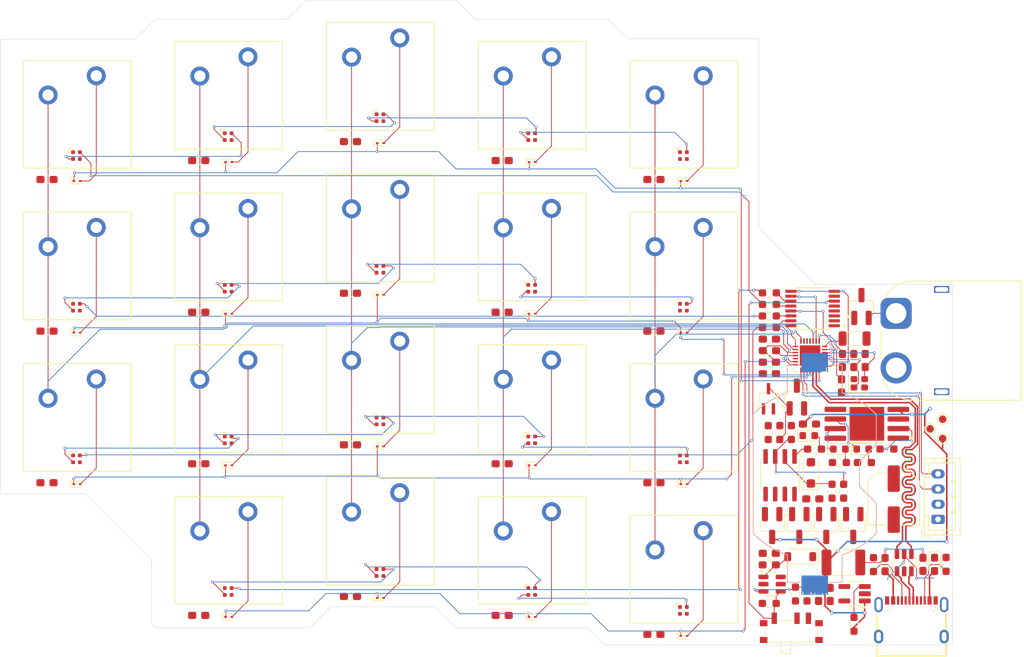
<source format=kicad_pcb>
(kicad_pcb (version 20241229) (generator "pcbnew") (generator_version "9.0")
  (title_block (title "Tastatur") (date "2025-07-25") (rev "0") (company "Daniel P. (steewBSD)"))
  (layers (0 "F.Cu" signal) (2 "B.Cu" signal) (13 "F.Paste" user) (15 "B.Paste" user) (5 "F.SilkS" user "F.Silkscreen") (7 "B.SilkS" user "B.Silkscreen") (1 "F.Mask" user) (3 "B.Mask" user) (25 "Edge.Cuts" user))
  (net 0 "")
  (net 1 "GND")
  (net 2 "/VBUS")
  (net 3 "/ROW1")
  (net 4 "/ROW2")
  (net 5 "/ROW3")
  (net 6 "/COL0")
  (net 7 "+5VUSB")
  (net 8 "/VBAT")
  (net 9 "+3V3USB")
  (net 10 "+3V3")
  (net 11 "/D+")
  (net 12 "/D-")
  (net 13 "/ED-")
  (net 14 "/ED+")
  (net 15 "+5VBAT")
  (net 16 "/MOSI")
  (net 17 "/MISO")
  (net 18 "/SCK")
  (net 19 "+5V")
  (net 20 "Net-(U102-VINTA)")
  (net 21 "Net-(U102-VDCID)")
  (net 22 "Net-(U102-VDCIA)")
  (net 23 "/Matrix/LEDDATA0")
  (net 24 "/Matrix/LEDDATA1")
  (net 25 "/Matrix/LEDDATA2")
  (net 26 "/Matrix/LEDDATA3")
  (net 27 "/LEDSEL0")
  (net 28 "/LEDDATA")
  (net 29 "/LEDSEL1")
  (net 30 "/LEDTOGGLE")
  (net 31 "Net-(U102-X32MI)")
  (net 32 "+3V3BAT")
  (net 33 "Net-(U102-X32MO)")
  (net 34 "Net-(C109-Pad1)")
  (net 35 "Net-(D102-A)")
  (net 36 "Net-(D103-A)")
  (net 37 "Net-(D103-K)")
  (net 38 "Net-(D104-A)")
  (net 39 "Net-(D104-K)")
  (net 40 "Net-(D105-K)")
  (net 41 "Net-(D106-A)")
  (net 42 "Net-(D206-A)")
  (net 43 "Net-(D207-A)")
  (net 44 "Net-(D208-A)")
  (net 45 "Net-(D209-A)")
  (net 46 "Net-(D210-A)")
  (net 47 "Net-(D216-A)")
  (net 48 "Net-(D217-A)")
  (net 49 "Net-(D218-A)")
  (net 50 "Net-(D219-A)")
  (net 51 "/TCK")
  (net 52 "/TIO")
  (net 53 "Net-(J103-Pin_1)")
  (net 54 "Net-(U102-VSW)")
  (net 55 "Net-(Q105-G)")
  (net 56 "Net-(USB101-CC2)")
  (net 57 "Net-(USB101-CC1)")
  (net 58 "Net-(U103-EN)")
  (net 59 "Net-(U104-FB)")
  (net 60 "Net-(U105-PROG)")
  (net 61 "Net-(U107A-+)")
  (net 62 "Net-(R114-Pad1)")
  (net 63 "GNDS")
  (net 64 "Net-(AE101-A)")
  (net 67 "Net-(U107B--)")
  (net 70 "Net-(D251-DOUT)")
  (net 71 "Net-(D251-DIN)")
  (net 72 "Net-(D252-DOUT)")
  (net 73 "Net-(D253-DOUT)")
  (net 74 "Net-(D254-DOUT)")
  (net 76 "Net-(D256-DOUT)")
  (net 77 "Net-(D256-DIN)")
  (net 78 "Net-(D257-DOUT)")
  (net 79 "Net-(D258-DOUT)")
  (net 80 "Net-(D259-DOUT)")
  (net 82 "Net-(D261-DOUT)")
  (net 83 "Net-(D261-DIN)")
  (net 84 "Net-(D262-DOUT)")
  (net 85 "Net-(D263-DOUT)")
  (net 86 "Net-(D264-DOUT)")
  (net 88 "Net-(D266-DIN)")
  (net 89 "Net-(D266-DOUT)")
  (net 90 "Net-(D267-DOUT)")
  (net 91 "Net-(D268-DOUT)")
  (net 93 "Net-(D201-A)")
  (net 94 "Net-(D202-A)")
  (net 95 "Net-(D203-A)")
  (net 96 "Net-(D204-A)")
  (net 97 "Net-(D205-A)")
  (net 98 "Net-(D211-A)")
  (net 99 "Net-(D212-A)")
  (net 100 "Net-(D213-A)")
  (net 101 "Net-(D214-A)")
  (net 102 "Net-(D215-A)")
  (net 103 "/ROW0")
  (net 104 "/COL1")
  (net 105 "/COL2")
  (net 106 "/COL3")
  (net 107 "/COL4")
  (net 108 "+3.3VBAT")
  (footprint "PCM_Switch_Keyboard_Cherry_MX:SW_Cherry_MX_PCB_1.00u" (layer "F.Cu") (at 103.13 87.13)
    (property "Reference" "SW207" (hide yes))
    (property "Value" "SW_Push" (hide yes))
  )
  (footprint "LED_SMD:LED_SK6812_EC15_1.5x1.5mm" (layer "F.Cu") (at 163.06 115.08)
    (property "Reference" "D265" (hide yes))
    (property "Value" "SK6805-EC15" (hide yes))
  )
  (footprint "Capacitor_SMD:C_0603_1608Metric_Pad1.08x0.95mm_HandSolder" (layer "F.Cu") (at 79.1725 98.23)
    (property "Reference" "C206" (hide yes))
    (property "Value" "100n" (hide yes))
  )
  (footprint "Package_TO_SOT_SMD:SOT-23_Handsoldering" (layer "F.Cu") (at 181.894 123.878 -90)
    (property "Reference" "Q107" (hide yes))
    (property "Value" "SI2301CDS-T1-GE3" (hide yes))
  )
  (footprint "easyeda2kicad:USB-C-SMD_TYPE-C-6PIN-2MD-073" (layer "F.Cu") (at 193.11 136.144)
    (property "Reference" "USB101" (hide yes))
    (property "Value" "TYPE-C 16PIN 2MD(073)" (hide yes))
  )
  (footprint "Button_Switch_SMD:SW_SPDT_PCM12" (layer "F.Cu") (at 177.286 137.542)
    (property "Reference" "SW221" (hide yes))
    (property "Value" "MK-12C02-G020" (hide yes))
  )
  (footprint "Capacitor_SMD:C_0603_1608Metric_Pad1.08x0.95mm_HandSolder" (layer "F.Cu") (at 119.1725 93.23)
    (property "Reference" "C208" (hide yes))
    (property "Value" "100n" (hide yes))
  )
  (footprint "Diode_SMD:D_SOD-923" (layer "F.Cu") (at 123.13 113.43)
    (property "Reference" "D213" (hide yes))
    (property "Value" "RB521CS-30" (hide yes))
  )
  (footprint "Package_TO_SOT_SMD:SOT-23_Handsoldering" (layer "F.Cu") (at 185.45 123.878 -90)
    (property "Reference" "Q103" (hide yes))
    (property "Value" "SI2301CDS-T1-GE3" (hide yes))
  )
  (footprint "LED_SMD:LED_SK6812_EC15_1.5x1.5mm" (layer "F.Cu") (at 163.06 135.08)
    (property "Reference" "D269" (hide yes))
    (property "Value" "SK6805-EC15" (hide yes))
  )
  (footprint "Capacitor_SMD:C_0603_1608Metric_Pad1.08x0.95mm_HandSolder" (layer "F.Cu") (at 159.1725 138.23)
    (property "Reference" "C219" (hide yes))
    (property "Value" "100n" (hide yes))
  )
  (footprint "LED_SMD:LED_SK6812_EC15_1.5x1.5mm" (layer "F.Cu") (at 143.06 72.58)
    (property "Reference" "D254" (hide yes))
    (property "Value" "SK6805-EC15" (hide yes))
  )
  (footprint "Crystal:Crystal_SMD_2016-4Pin_2.0x1.6mm" (layer "F.Cu") (at 186.244 105.114)
    (property "Reference" "Y101" (hide yes))
    (property "Value" "32MHz" (hide yes))
  )
  (footprint "PCM_Switch_Keyboard_Cherry_MX:SW_Cherry_MX_PCB_1.00u" (layer "F.Cu") (at 123.13 64.63)
    (property "Reference" "SW203" (hide yes))
    (property "Value" "SW_Push" (hide yes))
  )
  (footprint "LED_SMD:LED_SK6812_EC15_1.5x1.5mm" (layer "F.Cu") (at 103.06 112.58)
    (property "Reference" "D262" (hide yes))
    (property "Value" "SK6805-EC15" (hide yes))
  )
  (footprint "Capacitor_SMD:C_0603_1608Metric_Pad1.08x0.95mm_HandSolder" (layer "F.Cu") (at 183.896 105.4608 90)
    (property "Reference" "C101" (hide yes))
    (property "Value" "470n" (hide yes))
  )
  (footprint "Resistor_SMD:R_0603_1608Metric_Pad0.98x0.95mm_HandSolder" (layer "F.Cu") (at 174.3975 94.71 180)
    (property "Reference" "R201" (hide yes))
    (property "Value" "500R" (hide yes))
  )
  (footprint "Diode_SMD:D_SOD-923" (layer "F.Cu") (at 103.13 95.93)
    (property "Reference" "D207" (hide yes))
    (property "Value" "RB521CS-30" (hide yes))
  )
  (footprint "steew:CH592F" (layer "F.Cu") (at 179.754 101.461)
    (property "Reference" "U102" (hide yes))
    (property "Value" "CH592F" (hide yes))
  )
  (footprint "LED_SMD:LED_SK6812_EC15_1.5x1.5mm" (layer "F.Cu") (at 83.06 115.08)
    (property "Reference" "D261" (hide yes))
    (property "Value" "SK6805-EC15" (hide yes))
  )
  (footprint "Capacitor_SMD:C_0603_1608Metric_Pad1.08x0.95mm_HandSolder" (layer "F.Cu") (at 99.1725 95.73)
    (property "Reference" "C207" (hide yes))
    (property "Value" "100n" (hide yes))
  )
  (footprint "Diode_SMD:D_SOD-923" (layer "F.Cu") (at 143.13 115.93)
    (property "Reference" "D214" (hide yes))
    (property "Value" "RB521CS-30" (hide yes))
  )
  (footprint "PCM_Switch_Keyboard_Cherry_MX:SW_Cherry_MX_PCB_1.00u" (layer "F.Cu") (at 103.13 127.13)
    (property "Reference" "SW216" (hide yes))
    (property "Value" "SW_Push" (hide yes))
  )
  (footprint "PCM_Switch_Keyboard_Cherry_MX:SW_Cherry_MX_PCB_1.00u" (layer "F.Cu") (at 103.13 107.13)
    (property "Reference" "SW212" (hide yes))
    (property "Value" "SW_Push" (hide yes))
  )
  (footprint "LED_SMD:LED_SK6812_EC15_1.5x1.5mm" (layer "F.Cu") (at 163.06 75.08)
    (property "Reference" "D255" (hide yes))
    (property "Value" "SK6805-EC15" (hide yes))
  )
  (footprint "Diode_SMD:D_SOD-923" (layer "F.Cu") (at 163.13 78.43)
    (property "Reference" "D205" (hide yes))
    (property "Value" "RB521CS-30" (hide yes))
  )
  (footprint "Capacitor_SMD:C_0603_1608Metric_Pad1.08x0.95mm_HandSolder" (layer "F.Cu") (at 79.1725 78.23)
    (property "Reference" "C201" (hide yes))
    (property "Value" "100n" (hide yes))
  )
  (footprint "Capacitor_SMD:C_0603_1608Metric_Pad1.08x0.95mm_HandSolder" (layer "F.Cu") (at 119.1725 73.23)
    (property "Reference" "C203" (hide yes))
    (property "Value" "100n" (hide yes))
  )
  (footprint "Package_SO:SOIC-8_3.9x4.9mm_P1.27mm" (layer "F.Cu") (at 175.798 117.251 -90)
    (property "Reference" "U107" (hide yes))
    (property "Value" "LM393" (hide yes))
  )
  (footprint "Resistor_SMD:R_0603_1608Metric_Pad0.98x0.95mm_HandSolder" (layer "F.Cu") (at 185.544 136.9025 90)
    (property "Reference" "R103" (hide yes))
    (property "Value" "0R" (hide yes))
  )
  (footprint "LED_SMD:LED_0603_1608Metric" (layer "F.Cu") (at 179.578 112.014)
    (property "Reference" "D106" (hide yes))
    (property "Value" "RED" (hide yes))
  )
  (footprint "TestPoint:TestPoint_Pad_D1.0mm" (layer "F.Cu") (at 197.231 109.855)
    (property "Reference" "TP101" (hide yes))
    (property "Value" "TestPoint" (hide yes))
  )
  (footprint "Inductor_SMD:L_0603_1608Metric_Pad1.05x0.95mm_HandSolder" (layer "F.Cu") (at 174.3975 100.806)
    (property "Reference" "L101" (hide yes))
    (property "Value" "10u" (hide yes))
  )
  (footprint "Diode_SMD:D_SOD-923" (layer "F.Cu") (at 163.13 118.43)
    (property "Reference" "D215" (hide yes))
    (property "Value" "RB521CS-30" (hide yes))
  )
  (footprint "LED_SMD:LED_SK6812_EC15_1.5x1.5mm" (layer "F.Cu") (at 123.06 110.08)
    (property "Reference" "D263" (hide yes))
    (property "Value" "SK6805-EC15" (hide yes))
  )
  (footprint "Capacitor_SMD:C_0603_1608Metric_Pad1.08x0.95mm_HandSolder" (layer "F.Cu") (at 139.1725 75.73)
    (property "Reference" "C204" (hide yes))
    (property "Value" "100n" (hide yes))
  )
  (footprint "Resistor_SMD:R_0603_1608Metric_Pad0.98x0.95mm_HandSolder" (layer "F.Cu") (at 189.8885 113.792)
    (property "Reference" "R109" (hide yes))
    (property "Value" "2k2" (hide yes))
  )
  (footprint "Resistor_SMD:R_0603_1608Metric_Pad0.98x0.95mm_HandSolder" (layer "F.Cu") (at 180.34 113.792)
    (property "Reference" "R114" (hide yes))
    (property "Value" "330R" (hide yes))
  )
  (footprint "Diode_SMD:D_SOD-923" (layer "F.Cu") (at 123.13 133.43)
    (property "Reference" "D217" (hide yes))
    (property "Value" "RB521CS-30" (hide yes))
  )
  (footprint "Resistor_SMD:R_0603_1608Metric_Pad0.98x0.95mm_HandSolder" (layer "F.Cu") (at 174.3775 134.146 180)
    (property "Reference" "R205" (hide yes))
    (property "Value" "50k" (hide yes))
  )
  (footprint "LED_SMD:LED_SK6812_EC15_1.5x1.5mm" (layer "F.Cu") (at 83.06 75.08)
    (property "Reference" "D251" (hide yes))
    (property "Value" "SK6805-EC15" (hide yes))
  )
  (footprint "Capacitor_SMD:C_0603_1608Metric_Pad1.08x0.95mm_HandSolder" (layer "F.Cu") (at 180.116 120.364 180)
    (property "Reference" "C114" (hide yes))
    (property "Value" "100n" (hide yes))
  )
  (footprint "Resistor_SMD:R_0603_1608Metric_Pad0.98x0.95mm_HandSolder" (layer "F.Cu") (at 186.9205 115.57)
    (property "Reference" "R106" (hide yes))
    (property "Value" "330R" (hide yes))
  )
  (footprint "Capacitor_SMD:C_0603_1608Metric_Pad1.08x0.95mm_HandSolder" (layer "F.Cu") (at 182.402 132.9635 -90)
    (property "Reference" "C110" (hide yes))
    (property "Value" "22u" (hide yes))
  )
  (footprint "Package_TO_SOT_SMD:SOT-23-6" (layer "F.Cu") (at 192.1623 128.778 90)
    (property "Reference" "U101" (hide yes))
    (property "Value" "USBLC6-2SC6" (hide yes))
  )
  (footprint "Resistor_SMD:R_0603_1608Metric_Pad0.98x0.95mm_HandSolder" (layer "F.Cu") (at 177.292 111.6095 90)
    (property "Reference" "R113" (hide yes))
    (property "Value" "56k" (hide yes))
  )
  (footprint "LED_SMD:LED_0603_1608Metric" (layer "F.Cu") (at 186.692 113.792)
    (property "Reference" "D103" (hide yes))
    (property "Value" "GREEN" (hide yes))
  )
  (footprint "Connector_JST:JST_PH_B4B-PH-K_1x04_P2.00mm_Vertical" (layer "F.Cu") (at 196.626 123.062 90)
    (property "Reference" "J102" (hide yes))
    (property "Value" "Conn_01x04_Pin" (hide yes))
  )
  (footprint "Capacitor_SMD:C_0603_1608Metric_Pad1.08x0.95mm_HandSolder" (layer "F.Cu") (at 185.5216 102.108 90)
    (property "Reference" "C106" (hide yes))
    (property "Value" "10p" (hide yes))
  )
  (footprint "Inductor_SMD:L_0603_1608Metric_Pad1.05x0.95mm_HandSolder" (layer "F.Cu") (at 174.3775 129.066)
    (property "Reference" "L102" (hide yes))
    (property "Value" "4u7" (hide yes))
  )
  (footprint "PCM_Switch_Keyboard_Cherry_MX:SW_Cherry_MX_PCB_1.00u" (layer "F.Cu") (at 123.13 104.63)
    (property "Reference" "SW213" (hide yes))
    (property "Value" "SW_Push" (hide yes))
  )
  (footprint "Fuse:Fuse_1812_4532Metric_Pad1.30x3.40mm_HandSolder" (layer "F.Cu") (at 184.15 128.746 180)
    (property "Reference" "F101" (hide yes))
    (property "Value" "1812L050/30PR" (hide yes))
  )
  (footprint "LED_SMD:LED_SK6812_EC15_1.5x1.5mm" (layer "F.Cu") (at 163.06 95.08)
    (property "Reference" "D260" (hide yes))
    (property "Value" "SK6805-EC15" (hide yes))
  )
  (footprint "Package_TO_SOT_SMD:SOT-23-6" (layer "F.Cu") (at 174.753 131.606)
    (property "Reference" "U104" (hide yes))
    (property "Value" "MT3608" (hide yes))
  )
  (footprint "MountingHole:MountingHole_2.2mm_M2_ISO7380" (layer "F.Cu") (at 90.2 122.142)
    (property "Reference" "H201" (hide yes))
    (property "Value" "MountingHole" (hide yes))
  )
  (footprint "Capacitor_SMD:C_0603_1608Metric_Pad1.08x0.95mm_HandSolder" (layer "F.Cu") (at 139.1725 95.73)
    (property "Reference" "C209" (hide yes))
    (property "Value" "100n" (hide yes))
  )
  (footprint "Resistor_SMD:R_0603_1608Metric_Pad0.98x0.95mm_HandSolder" (layer "F.Cu") (at 184.18 119.348 90)
    (property "Reference" "R111" (hide yes))
    (property "Value" "33k" (hide yes))
  )
  (footprint "Resistor_SMD:R_0603_1608Metric_Pad0.98x0.95mm_HandSolder" (layer "F.Cu") (at 175.768 111.6095 90)
    (property "Reference" "R108" (hide yes))
    (property "Value" "50k" (hide yes))
  )
  (footprint "Resistor_SMD:R_0603_1608Metric_Pad0.98x0.95mm_HandSolder" (layer "F.Cu") (at 183.6185 115.57)
    (property "Reference" "R107" (hide yes))
    (property "Value" "330R" (hide yes))
  )
  (footprint "LED_SMD:LED_SK6812_EC15_1.5x1.5mm" (layer "F.Cu") (at 103.06 72.58)
    (property "Reference" "D252" (hide yes))
    (property "Value" "SK6805-EC15" (hide yes))
  )
  (footprint "Package_SO:SOP-8-1EP_4.57x4.57mm_P1.27mm_EP4.57x4.45mm" (layer "F.Cu") (at 187.239 110.457 180)
    (property "Reference" "U105" (hide yes))
    (property "Value" "TP4056-42-ESOP8" (hide yes))
  )
  (footprint "Diode_SMD:D_SOD-923" (layer "F.Cu") (at 143.13 75.93)
    (property "Reference" "D204" (hide yes))
    (property "Value" "RB521CS-30" (hide yes))
  )
  (footprint "Resistor_SMD:R_0603_1608Metric_Pad0.98x0.95mm_HandSolder" (layer "F.Cu") (at 174.3975 96.234 180)
    (property "Reference" "R202" (hide yes))
    (property "Value" "500R" (hide yes))
  )
  (footprint "LED_SMD:LED_SK6812_EC15_1.5x1.5mm" (layer "F.Cu") (at 103.06 92.58)
    (property "Reference" "D257" (hide yes))
    (property "Value" "SK6805-EC15" (hide yes))
  )
  (footprint "Capacitor_SMD:C_0603_1608Metric_Pad1.08x0.95mm_HandSolder" (layer "F.Cu") (at 159.1725 118.23)
    (property "Reference" "C215" (hide yes))
    (property "Value" "100n" (hide yes))
  )
  (footprint "LED_SMD:LED_SK6812_EC15_1.5x1.5mm" (layer "F.Cu") (at 143.06 112.58)
    (property "Reference" "D264" (hide yes))
    (property "Value" "SK6805-EC15" (hide yes))
  )
  (footprint "Capacitor_SMD:C_0603_1608Metric_Pad1.08x0.95mm_HandSolder" (layer "F.Cu") (at 174.3975 103.854 180)
    (property "Reference" "C104" (hide yes))
    (property "Value" "2u2" (hide yes))
  )
  (footprint "PCM_Switch_Keyboard_Cherry_MX:SW_Cherry_MX_PCB_1.00u" (layer "F.Cu") (at 83.13 109.63)
    (property "Reference" "SW211" (hide yes))
    (property "Value" "SW_Push" (hide yes))
  )
  (footprint "Diode_SMD:D_SOD-923" (layer "F.Cu") (at 83.13 118.43)
    (property "Reference" "D211" (hide yes))
    (property "Value" "RB521CS-30" (hide yes))
  )
  (footprint "Diode_SMD:D_SOD-923" (layer "F.Cu") (at 83.13 98.43)
    (property "Reference" "D206" (hide yes))
    (property "Value" "RB521CS-30" (hide yes))
  )
  (footprint "Capacitor_SMD:C_0603_1608Metric_Pad1.08x0.95mm_HandSolder" (layer "F.Cu") (at 99.1725 115.73)
    (property "Reference" "C212" (hide yes))
    (property "Value" "100n" (hide yes))
  )
  (footprint "LED_SMD:LED_SK6812_EC15_1.5x1.5mm" (layer "F.Cu") (at 123.06 90.08)
    (property "Reference" "D258" (hide yes))
    (property "Value" "SK6805-EC15" (hide yes))
  )
  (footprint "PCM_Switch_Keyboard_Cherry_MX:SW_Cherry_MX_PCB_1.00u" (layer "F.Cu") (at 163.13 109.63)
    (property "Reference" "SW215" (hide yes))
    (property "Value" "SW_Push" (hide yes))
  )
  (footprint "Resistor_SMD:R_0603_1608Metric_Pad0.98x0.95mm_HandSolder" (layer "F.Cu") (at 182.656 119.348 90)
    (property "Reference" "R112" (hide yes))
    (property "Value" "51k" (hide yes))
  )
  (footprint "Capacitor_SMD:C_0603_1608Metric_Pad1.08x0.95mm_HandSolder" (layer "F.Cu") (at 184.0216 102.108 90)
    (property "Reference" "C103" (hide yes))
    (property "Value" "100n" (hide yes))
  )
  (footprint "MountingHole:MountingHole_2.2mm_M2_ISO7380" (layer "F.Cu") (at 175.29 90.138)
    (property "Reference" "H202" (hide yes))
    (property "Value" "MountingHole" (hide yes))
  )
  (footprint "Package_TO_SOT_SMD:SOT-323_SC-70_Handsoldering" (layer "F.Cu") (at 174.274 107.156 90)
    (property "Reference" "Q106" (hide yes))
    (property "Value" "2N7002HW" (hide yes))
  )
  (footprint "Resistor_SMD:R_0603_1608Metric_Pad0.98x0.95mm_HandSolder" (layer "F.Cu") (at 197.684 129 90)
    (property "Reference" "R101" (hide yes))
    (property "Value" "5k1" (hide yes))
  )
  (footprint "LED_SMD:LED_0603_1608Metric" (layer "F.Cu") (at 183.6185 113.792)
    (property "Reference" "D104" (hide yes))
    (property "Value" "RED" (hide yes))
  )
  (footprint "Capacitor_SMD:C_0603_1608Metric_Pad1.08x0.95mm_HandSolder" (layer "F.Cu") (at 99.1725 135.73)
    (property "Reference" "C216" (hide yes))
    (property "Value" "100n" (hide yes))
  )
  (footprint "Diode_SMD:D_SOD-923" (layer "F.Cu") (at 103.13 135.93)
    (property "Reference" "D216" (hide yes))
    (property "Value" "RB521CS-30" (hide yes))
  )
  (footprint "Diode_SMD:D_SOD-923" (layer "F.Cu") (at 143.13 135.93)
    (property "Reference" "D218" (hide yes))
    (property "Value" "RB521CS-30" (hide yes))
  )
  (footprint "Diode_SMD:D_SOD-923" (layer "F.Cu") (at 143.13 95.93)
    (property "Reference" "D209" (hide yes))
    (property "Value" "RB521CS-30" (hide yes))
  )
  (footprint "Connector_AMASS:AMASS_XT60PW-M_1x02_P7.20mm_Horizontal" (layer "F.Cu") (at 191.097 95.885 -90)
    (property "Reference" "J103" (hide yes))
    (property "Value" "XT60PW-M" (hide yes))
  )
  (footprint "Capacitor_SMD:C_0603_1608Metric_Pad1.08x0.95mm_HandSolder" (layer "F.Cu") (at 139.1725 115.73)
    (property "Reference" "C214" (hide yes))
    (property "Value" "100n" (hide yes))
  )
  (footprint "Capacitor_SMD:C_0603_1608Metric_Pad1.08x0.95mm_HandSolder" (layer "F.Cu") (at 174.3775 127.542)
    (property "Reference" "C108" (hide yes))
    (property "Value" "22u" (hide yes))
  )
  (footprint "Capacitor_SMD:C_0603_1608Metric_Pad1.08x0.95mm_HandSolder" (layer "F.Cu") (at 79.1725 118.23)
    (property "Reference" "C211" (hide yes))
    (property "Value" "100n" (hide yes))
  )
  (footprint "PCM_Switch_Keyboard_Cherry_MX:SW_Cherry_MX_PCB_1.00u" (layer "F.Cu") (at 143.13 87.13)
    (property "Reference" "SW209" (hide yes))
    (property "Value" "SW_Push" (hide yes))
  )
  (footprint "Diode_SMD:D_SOD-923" (layer "F.Cu") (at 83.13 78.43)
    (property "Reference" "D201" (hide yes))
    (property "Value" "RB521CS-30" (hide yes))
  )
  (footprint "Diode_SMD:D_SOD-923" (layer "F.Cu") (at 103.13 115.93)
    (property "Reference" "D212" (hide yes))
    (property "Value" "RB521CS-30" (hide yes))
  )
  (footprint "LED_SMD:LED_SK6812_EC15_1.5x1.5mm" (layer "F.Cu") (at 143.06 132.58)
    (property "Reference" "D268" (hide yes))
    (property "Value" "SK6805-EC15" (hide yes))
  )
  (footprint "Diode_SMD:D_SOD-923" (layer "F.Cu") (at 123.13 93.43)
    (property "Reference" "D208" (hide yes))
    (property "Value" "RB521CS-30" (hide yes))
  )
  (footprint "Capacitor_SMD:C_0603_1608Metric_Pad1.08x0.95mm_HandSolder" (layer "F.Cu") (at 179.6785 110.49 180)
    (property "Reference" "C111" (hide yes))
    (property "Value" "10u" (hide yes))
  )
  (footprint "PCM_Switch_Keyboard_Cherry_MX:SW_Cherry_MX_PCB_1.00u" (layer "F.Cu") (at 143.13 67.13)
    (property "Reference" "SW204" (hide yes))
    (property "Value" "SW_Push" (hide yes))
  )
  (footprint "TestPoint:TestPoint_Pad_D1.0mm" (layer "F.Cu") (at 195.58 111.125)
    (property "Reference" "TP104" (hide yes))
    (property "Value" "TestPoint" (hide yes))
  )
  (footprint "Capacitor_SMD:C_0603_1608Metric_Pad1.08x0.95mm_HandSolder" (layer "F.Cu") (at 174.3975 99.282)
    (property "Reference" "C113" (hide yes))
    (property "Value" "100n" (hide yes))
  )
  (footprint "Resistor_SMD:R_0603_1608Metric_Pad0.98x0.95mm_HandSolder" (layer "F.Cu") (at 174.244 111.6095 -90)
    (property "Reference" "R110" (hide yes))
    (property "Value" "50k" (hide yes))
  )
  (footprint "Capacitor_SMD:C_0603_1608Metric_Pad1.08x0.95mm_HandSolder" (layer "F.Cu") (at 119.1725 133.23)
    (property "Reference" "C217" (hide yes))
    (property "Value" "100n" (hide yes))
  )
  (footprint "LED_SMD:LED_SK6812_EC15_1.5x1.5mm" (layer "F.Cu") (at 103.06 132.58)
    (property "Reference" "D266" (hide yes))
    (property "Value" "SK6805-EC15" (hide yes))
  )
  (footprint "Capacitor_SMD:C_0603_1608Metric_Pad1.08x0.95mm_HandSolder" (layer "F.Cu") (at 159.1725 98.23)
    (property "Reference" "C210" (hide yes))
    (property "Value" "100n" (hide yes))
  )
  (footprint "PCM_Switch_Keyboard_Cherry_MX:SW_Cherry_MX_PCB_1.00u" (layer "F.Cu") (at 163.13 89.63)
    (property "Reference" "SW210" (hide yes))
    (property "Value" "SW_Push" (hide yes))
  )
  (footprint "Diode_SMD:D_SOD-923" (layer "F.Cu") (at 103.13 75.93)
    (property "Reference" "D202" (hide yes))
    (property "Value" "RB521CS-30" (hide yes))
  )
  (footprint "Capacitor_SMD:C_0603_1608Metric_Pad1.08x0.95mm_HandSolder" (layer "F.Cu") (at 194.636 129 -90)
    (property "Reference" "C109" (hide yes))
    (property "Value" "10u" (hide yes))
  )
  (footprint "Inductor_SMD:L_0603_1608Metric_Pad1.05x0.95mm_HandSolder" (layer "F.Cu") (at 189.6364 129.032 90)
    (property "Reference" "L103" (hide yes))
    (property "Value" "120 Ohm @ 100 MHz" (hide yes))
  )
  (footprint "Diode_SMD:D_SOD-123F" (layer "F.Cu") (at 179.862 116.932 90)
    (property "Reference" "D105" (hide yes))
    (property "Value" "DDZ9678-7" (hide yes))
  )
  (footprint "Capacitor_SMD:C_0603_1608Metric_Pad1.08x0.95mm_HandSolder" (layer "F.Cu") (at 119.1725 113.23)
    (property "Reference" "C213" (hide yes))
    (property "Value" "100n" (hide yes))
  )
  (footprint "Diode_SMD:D_0603_1608Metric_Pad1.05x0.95mm_HandSolder" (layer "F.Cu") (at 196.16 129 -90)
    (property "Reference" "D101" (hide yes))
    (property "Value" "CPDUR5V0HE-HF" (hide yes))
  )
  (footprint "Capacitor_SMD:C_0603_1608Metric_Pad1.08x0.95mm_HandSolder" (layer "F.Cu") (at 99.1725 75.73)
    (property "Reference" "C202" (hide yes))
    (property "Value" "100n" (hide yes))
  )
  (footprint "LED_SMD:LED_SK6812_EC15_1.5x1.5mm" (layer "F.Cu") (at 143.06 92.58)
    (property "Reference" "D259" (hide yes))
    (property "Value" "SK6805-EC15" (hide yes))
  )
  (footprint "Resistor_SMD:R_0603_1608Metric_Pad0.98x0.95mm_HandSolder" (layer "F.Cu") (at 188.1124 129.032 90)
    (property "Reference" "R102" (hide yes))
    (property "Value" "5k1" (hide yes))
  )
  (footprint "Capacitor_SMD:C_0603_1608Metric_Pad1.08x0.95mm_HandSolder" (layer "F.Cu") (at 159.1725 78.23)
    (property "Reference" "C205" (hide yes))
    (property "Value" "100n" (hide yes))
  )
  (footprint "PCM_Switch_Keyboard_Cherry_MX:SW_Cherry_MX_PCB_1.00u" (layer "F.Cu") (at 83.13 89.63)
    (property "Reference" "SW206" (hide yes))
    (property "Value" "SW_Push" (hide yes))
  )
  (footprint "Package_TO_SOT_SMD:SOT-23_Handsoldering" (layer "F.Cu") (at 178.338 123.878 -90)
    (property "Reference" "Q101" (hide yes))
    (property "Value" "SI2301CDS-T1-GE3" (hide yes))
  )
  (footprint "Capacitor_SMD:C_0603_1608Metric_Pad1.08x0.95mm_HandSolder" (layer "F.Cu") (at 139.1725 135.73)
    (property "Reference" "C218" (hide yes))
    (property "Value" "100n" (hide yes))
  )
  (footprint "Inductor_SMD:L_1206_3216Metric" (layer "F.Cu") (at 185.623 99.2124)
    (property "Reference" "AE101" (hide yes))
    (property "Value" "Antenna_Shield" (hide yes))
  )
  (footprint "PCM_Switch_Keyboard_Cherry_MX:SW_Cherry_MX_PCB_1.00u" (layer "F.Cu") (at 103.13 67.13)
    (property "Reference" "SW202" (hide yes))
    (property "Value" "SW_Push" (hide yes))
  )
  (footprint "PCM_Switch_Keyboard_Cherry_MX:SW_Cherry_MX_PCB_1.00u" (layer "F.Cu") (at 143.13 127.13)
    (property "Reference" "SW218" (hide yes))
    (property "Value" "SW_Push" (hide yes))
  )
  (footprint "PCM_Switch_Keyboard_Cherry_MX:SW_Cherry_MX_PCB_1.00u" (layer "F.Cu") (at 163.13 69.63)
    (property "Reference" "SW205" (hide yes))
    (property "Value" "SW_Push" (hide yes))
  )
  (footprint "Diode_SMD:D_SOD-923" (layer "F.Cu") (at 123.13 73.43)
    (property "Reference" "D203" (hide yes))
    (property "Value" "RB521CS-30" (hide yes))
  )
  (footprint "Diode_SMD:D_SOD-123" (layer "F.Cu") (at 178.464 127.984 180)
    (property "Reference" "D102" (hide yes))
    (property "Value" "LMBR130T1G" (hide yes))
  )
  (footprint "PCM_Switch_Keyboard_Cherry_MX:SW_Cherry_MX_PCB_1.00u" (layer "F.Cu") (at 123.13 84.63)
    (property "Reference" "SW208" (hide yes))
    (property "Value" "SW_Push" (hide yes))
  )
  (footprint "PCM_Switch_Keyboard_Cherry_MX:SW_Cherry_MX_PCB_1.00u" (layer "F.Cu") (at 143.13 107.13)
    (property "Reference" "SW214" (hide yes))
    (property "Value" "SW_Push" (hide yes))
  )
  (footprint "Capacitor_SMD:C_0603_1608Metric_Pad1.08x0.95mm_HandSolder" (layer "F.Cu") (at 174.3975 102.33 180)
    (property "Reference" "C102" (hide yes))
    (property "Value" "4u7" (hide yes))
  )
  (footprint "PCM_Switch_Keyboard_Cherry_MX:SW_Cherry_MX_PCB_1.00u" (layer "F.Cu") (at 83.13 69.63)
    (property "Reference" "SW201" (hide yes))
    (property "Value" "SW_Push" (hide yes))
  )
  (footprint "Resistor_SMD:R_0603_1608Metric_Pad0.98x0.95mm_HandSolder" (layer "F.Cu") (at 179.354 132.9135 -90)
    (property "Reference" "R105" (hide yes))
    (property "Value" "15k" (hide yes))
  )
  (footprint "Package_TO_SOT_SMD:SOT-23_Handsoldering" (layer "F.Cu") (at 186.532 94.988 90)
    (property "Reference" "Q104" (hide yes))
    (property "Value" "SI2301CDS-T1-GE3" (hide yes))
  )
  (footprint "Diode_SMD:D_SOD-923" (layer "F.Cu") (at 163.13 98.43)
    (property "Reference" "D210" (hide yes))
    (property "Value" "RB521CS-30" (hide yes))
  )
  (footprint "LED_SMD:LED_SK6812_EC15_1.5x1.5mm" (layer "F.Cu") (at 83.06 95.08)
    (property "Reference" "D256" (hide yes))
    (property "Value" "SK6805-EC15" (hide yes))
  )
  (footprint "TestPoint:TestPoint_Pad_D1.0mm" (layer "F.Cu") (at 197.231 112.395)
    (property "Reference" "TP103" (hide yes))
    (property "Value" "TestPoint" (hide yes))
  )
  (footprint "PCM_Switch_Keyboard_Cherry_MX:SW_Cherry_MX_PCB_1.00u" (layer "F.Cu") (at 123.13 124.63)
    (property "Reference" "SW217" (hide yes))
    (property "Value" "SW_Push" (hide yes))
  )
  (footprint "Package_TO_SOT_SMD:SOT-23_Handsoldering" (layer "F.Cu") (at 174.76 123.878 -90)
    (property "Reference" "Q102" (hide yes))
    (property "Value" "SI2301CDS-T1-GE3" (hide yes))
  )
  (footprint "LED_SMD:LED_SK6812_EC15_1.5x1.5mm" (layer "F.Cu") (at 123.06 130.08)
    (property "Reference" "D267" (hide yes))
    (property "Value" "SK6805-EC15" (hide yes))
  )
  (footprint "Package_TO_SOT_SMD:SOT-23-5_HandSoldering" (layer "F.Cu") (at 185.624 132.876 180)
    (property "Reference" "U103" (hide yes))
    (property "Value" "AP2112K-3.3" (hide yes))
  )
  (footprint "Capacitor_SMD:CP_Elec_6.3x7.7" (layer "F.Cu") (at 190.784 120.396 -90)
    (property "Reference" "C112" (hide yes))
    (property "Value" "470u" (hide yes))
  )
  (footprint "Resistor_SMD:R_0603_1608Metric_Pad0.98x0.95mm_HandSolder" (layer "F.Cu") (at 174.3975 97.758 180)
    (property "Reference" "R203" (hide yes))
    (property "Value" "500R" (hide yes))
  )
  (footprint "Resistor_SMD:R_0603_1608Metric_Pad0.98x0.95mm_HandSolder" (layer "F.Cu") (at 174.3975 93.186 180)
    (property "Reference" "R204" (hide yes))
    (property "Value" "500R" (hide yes))
  )
  (footprint "Package_SO:TSSOP-16_4.4x5mm_P0.65mm" (layer "F.Cu") (at 180.086 95.25 180)
    (property "Reference" "U106" (hide yes))
    (property "Value" "CD4052B" (hide yes))
  )
  (footprint "LED_SMD:LED_SK6812_EC15_1.5x1.5mm" (layer "F.Cu") (at 123.06 70.08)
    (property "Reference" "D253" (hide yes))
    (property "Value" "SK6805-EC15" (hide yes))
  )
  (footprint "Capacitor_SMD:C_0603_1608Metric_Pad1.08x0.95mm_HandSolder" (layer "F.Cu") (at 180.878 132.9635 90)
    (property "Reference" "C107" (hide yes))
    (property "Value" "22u" (hide yes))
  )
  (footprint "PCM_Switch_Keyboard_Cherry_MX:SW_Cherry_MX_PCB_1.00u" (layer "F.Cu") (at 163.13 129.63)
    (property "Reference" "SW219" (hide yes))
    (property "Value" "SW_Push" (hide yes))
  )
  (footprint "Capacitor_SMD:C_0603_1608Metric_Pad1.08x0.95mm_HandSolder" (layer "F.Cu") (at 187.0216 102.108 90)
    (property "Reference" "C105" (hide yes))
    (property "Value" "10p" (hide yes))
  )
  (footprint "Resistor_SMD:R_0603_1608Metric_Pad0.98x0.95mm_HandSolder" (layer "F.Cu") (at 177.83 132.9135 90)
    (property "Reference" "R104" (hide yes))
    (property "Value" "110k" (hide yes))
  )
  (footprint "Package_TO_SOT_SMD:SOT-23_Handsoldering" (layer "F.Cu") (at 178.018 106.926 90)
    (property "Reference" "Q105" (hide yes))
    (property "Value" "SI2301CDS-T1-GE3" (hide yes))
  )
  (footprint "Diode_SMD:D_SOD-923" (layer "F.Cu") (at 163.13 138.43)
    (property "Reference" "D219" (hide yes))
    (property "Value" "RB521CS-30" (hide yes))
  )
  (footprint "Battery:BatteryHolder_Keystone_1058_1x2032" (layer "B.Cu") (at 180.37 117.062 -90)
    (property "Reference" "BT101" (hide yes))
    (property "Value" "Battery_Cell" (hide yes))
  )
  (gr_poly (pts (xy 198.504 139.63) (xy 152.64 139.63) (xy 150.392 137.382) (xy 133.12 137.382) (xy 130.326 134.588) (xy 116.61 134.588) (xy 113.816 137.382) (xy 93.496 137.382) (xy 92.988 136.874) (xy 92.988 128.492) (xy 84.18 119.684) (xy 73.004 119.684) (xy 73.004 59.73) (xy 90.702 59.73) (xy 93.496 57.118) (xy 110.768 57.118) (xy 113.308 54.578) (xy 133.12 54.578) (xy 135.66 57.118) (xy 153.186 57.118) (xy 155.726 59.658) (xy 173.004 59.658) (xy 173.004 59.912) (xy 173.004 84.566) (xy 180.492 92.054) (xy 198.504 92.054)) (stroke (width 0.05)) (fill no) (layer "Edge.Cuts"))
  (segment (start 195.51 130.525) (end 196.16 129.875) (width 0.2) (layer "F.Cu") (net 2))
  (segment (start 192.1623 128.6397) (end 192.1623 127.6405) (width 0.1) (layer "F.Cu") (net 2))
  (segment (start 193.802 129.512864) (end 192.1623 127.873164) (width 0.1) (layer "F.Cu") (net 2))
  (segment (start 193.802 130.81) (end 193.802 129.512864) (width 0.1) (layer "F.Cu") (net 2))
  (segment (start 190.71 130.9806) (end 189.6364 129.907) (width 0.2) (layer "F.Cu") (net 2))
  (segment (start 192.024 128.778) (end 192.1623 128.6397) (width 0.1) (layer "F.Cu") (net 2))
  (segment (start 192.1623 127.873164) (end 192.1623 127.6405) (width 0.1) (layer "F.Cu") (net 2))
  (segment (start 195.51 133.764) (end 195.51 130.525) (width 0.2) (layer "F.Cu") (net 2))
  (segment (start 190.71 133.764) (end 190.71 130.9806) (width 0.2) (layer "F.Cu") (net 2))
  (via (at 192.024 128.778) (size 0.35) (drill 0.2) (layers "F.Cu" "B.Cu") (net 2))
  (via (at 193.802 130.81) (size 0.35) (drill 0.2) (layers "F.Cu" "B.Cu") (net 2))
  (segment (start 189.992 130.81) (end 192.024 128.778) (width 0.1) (layer "B.Cu") (net 2))
  (segment (start 196.088 130.81) (end 193.802 130.81) (width 0.1) (layer "B.Cu") (net 2))
  (segment (start 189.992 131.064) (end 189.992 130.81) (width 0.1) (layer "B.Cu") (net 2))
  (segment (start 161.8055 96.901) (end 162.687 97.7825) (width 0.1) (layer "F.Cu") (net 3))
  (segment (start 102.71 97.442) (end 102.71 95.93) (width 0.1) (layer "F.Cu") (net 3))
  (segment (start 82.71 97.884) (end 82.804 97.79) (width 0.1) (layer "F.Cu") (net 3))
  (segment (start 142.71 96.812) (end 142.71 95.93) (width 0.1) (layer "F.Cu") (net 3))
  (segment (start 162.687 99.06) (end 162.687 98.453) (width 0.1) (layer "F.Cu") (net 3))
  (segment (start 162.687 98.407) (end 162.71 98.43) (width 0.1) (layer "F.Cu") (net 3))
  (segment (start 102.616 97.536) (end 102.71 97.442) (width 0.1) (layer "F.Cu") (net 3))
  (segment (start 179.754 103.386) (end 179.753999 104.013) (width 0.1) (layer "F.Cu") (net 3))
  (segment (start 122.682 97.028) (end 122.71 97) (width 0.1) (layer "F.Cu") (net 3))
  (segment (start 82.71 98.43) (end 82.71 97.884) (width 0.1) (layer "F.Cu") (net 3))
  (segment (start 162.687 98.453) (end 162.71 98.43) (width 0.1) (layer "F.Cu") (net 3))
  (segment (start 162.687 97.7825) (end 162.687 98.407) (width 0.1) (layer "F.Cu") (net 3))
  (segment (start 142.621 96.901) (end 142.71 96.812) (width 0.1) (layer "F.Cu") (net 3))
  (segment (start 168.402 99.441) (end 168.275 99.314) (width 0.1) (layer "F.Cu") (net 3))
  (segment (start 161.798 96.901) (end 161.8055 96.901) (width 0.1) (layer "F.Cu") (net 3))
  (segment (start 122.71 97) (end 122.71 93.43) (width 0.1) (layer "F.Cu") (net 3))
  (segment (start 168.402 103.886) (end 168.402 99.441) (width 0.1) (layer "F.Cu") (net 3))
  (via (at 179.753999 104.013) (size 0.35) (drill 0.2) (layers "F.Cu" "B.Cu") (net 3))
  (via (at 142.621 96.901) (size 0.35) (drill 0.2) (layers "F.Cu" "B.Cu") (net 3))
  (via (at 162.687 99.06) (size 0.35) (drill 0.2) (layers "F.Cu" "B.Cu") (net 3))
  (via (at 82.804 97.79) (size 0.35) (drill 0.2) (layers "F.Cu" "B.Cu") (net 3))
  (via (at 168.275 99.314) (size 0.35) (drill 0.2) (layers "F.Cu" "B.Cu") (net 3))
  (via (at 161.798 96.901) (size 0.35) (drill 0.2) (layers "F.Cu" "B.Cu") (net 3))
  (via (at 102.616 97.536) (size 0.35) (drill 0.2) (layers "F.Cu" "B.Cu") (net 3))
  (via (at 168.402 103.886) (size 0.35) (drill 0.2) (layers "F.Cu" "B.Cu") (net 3))
  (via (at 122.682 97.028) (size 0.35) (drill 0.2) (layers "F.Cu" "B.Cu") (net 3))
  (segment (start 142.24 96.52) (end 142.621 96.901) (width 0.1) (layer "B.Cu") (net 3))
  (segment (start 162.941 99.314) (end 162.687 99.06) (width 0.1) (layer "B.Cu") (net 3))
  (segment (start 102.997 97.155) (end 122.555 97.155) (width 0.1) (layer "B.Cu") (net 3))
  (segment (start 168.529 104.013) (end 168.402 103.886) (width 0.1) (layer "B.Cu") (net 3))
  (segment (start 122.555 97.155) (end 122.682 97.028) (width 0.1) (layer "B.Cu") (net 3))
  (segment (start 82.804 97.79) (end 102.362 97.79) (width 0.1) (layer "B.Cu") (net 3))
  (segment (start 102.616 97.536) (end 102.997 97.155) (width 0.1) (layer "B.Cu") (net 3))
  (segment (start 102.362 97.79) (end 102.616 97.536) (width 0.1) (layer "B.Cu") (net 3))
  (segment (start 123.19 96.52) (end 142.24 96.52) (width 0.1) (layer "B.Cu") (net 3))
  (segment (start 168.275 99.314) (end 162.941 99.314) (width 0.1) (layer "B.Cu") (net 3))
  (segment (start 179.753999 104.013) (end 168.529 104.013) (width 0.1) (layer "B.Cu") (net 3))
  (segment (start 122.682 97.028) (end 123.19 96.52) (width 0.1) (layer "B.Cu") (net 3))
  (segment (start 161.798 96.901) (end 142.621 96.901) (width 0.1) (layer "B.Cu") (net 3))
  (segment (start 142.71 117.564) (end 142.71 115.93) (width 0.1) (layer "F.Cu") (net 4))
  (segment (start 142.748 117.602) (end 142.71 117.564) (width 0.1) (layer "F.Cu") (net 4))
  (segment (start 179.354 103.386) (end 179.354 104.308) (width 0.1) (layer "F.Cu") (net 4))
  (segment (start 122.809 117.348) (end 122.71 117.249) (width 0.1) (layer "F.Cu") (net 4))
  (segment (start 122.71 117.249) (end 122.71 113.43) (width 0.1) (layer "F.Cu") (net 4))
  (segment (start 82.677 117.729) (end 82.677 118.397) (width 0.1) (layer "F.Cu") (net 4))
  (segment (start 169.418 117.094) (end 168.783 117.729) (width 0.1) (layer "F.Cu") (net 4))
  (segment (start 179.354 104.308) (end 179.324 104.338) (width 0.1) (layer "F.Cu") (net 4))
  (segment (start 162.687 117.729) (end 162.687 118.407) (width 0.1) (layer "F.Cu") (net 4))
  (segment (start 169.418 104.338) (end 169.418 117.094) (width 0.1) (layer "F.Cu") (net 4))
  (segment (start 102.71 117.381) (end 102.71 115.93) (width 0.1) (layer "F.Cu") (net 4))
  (segment (start 162.687 118.407) (end 162.71 118.43) (width 0.1) (layer "F.Cu") (net 4))
  (segment (start 102.616 117.475) (end 102.71 117.381) (width 0.1) (layer "F.Cu") (net 4))
  (segment (start 82.677 118.397) (end 82.71 118.43) (width 0.1) (layer "F.Cu") (net 4))
  (via (at 179.324 104.338) (size 0.35) (drill 0.2) (layers "F.Cu" "B.Cu") (net 4))
  (via (at 169.418 104.338) (size 0.35) (drill 0.2) (layers "F.Cu" "B.Cu") (net 4))
  (via (at 102.616 117.475) (size 0.35) (drill 0.2) (layers "F.Cu" "B.Cu") (net 4))
  (via (at 168.783 117.729) (size 0.35) (drill 0.2) (layers "F.Cu" "B.Cu") (net 4))
  (via (at 162.687 117.729) (size 0.35) (drill 0.2) (layers "F.Cu" "B.Cu") (net 4))
  (via (at 82.677 117.729) (size 0.35) (drill 0.2) (layers "F.Cu" "B.Cu") (net 4))
  (via (at 122.809 117.348) (size 0.35) (drill 0.2) (layers "F.Cu" "B.Cu") (net 4))
  (via (at 142.748 117.602) (size 0.35) (drill 0.2) (layers "F.Cu" "B.Cu") (net 4))
  (segment (start 82.931 117.475) (end 82.677 117.729) (width 0.1) (layer "B.Cu") (net 4))
  (segment (start 122.809 117.348) (end 102.743 117.348) (width 0.1) (layer "B.Cu") (net 4))
  (segment (start 179.324 104.338) (end 179.253 104.267) (width 0.1) (layer "B.Cu") (net 4))
  (segment (start 102.743 117.348) (end 102.616 117.475) (width 0.1) (layer "B.Cu") (net 4))
  (segment (start 142.748 117.602) (end 123.063 117.602) (width 0.1) (layer "B.Cu") (net 4))
  (segment (start 123.063 117.602) (end 122.809 117.348) (width 0.1) (layer "B.Cu") (net 4))
  (segment (start 168.783 117.729) (end 162.687 117.729) (width 0.1) (layer "B.Cu") (net 4))
  (segment (start 169.489 104.267) (end 169.418 104.338) (width 0.1) (layer "B.Cu") (net 4))
  (segment (start 179.253 104.267) (end 169.489 104.267) (width 0.1) (layer "B.Cu") (net 4))
  (segment (start 142.875 117.729) (end 142.748 117.602) (width 0.1) (layer "B.Cu") (net 4))
  (segment (start 102.616 117.475) (end 82.931 117.475) (width 0.1) (layer "B.Cu") (net 4))
  (segment (start 162.687 117.729) (end 142.875 117.729) (width 0.1) (layer "B.Cu") (net 4))
  (segment (start 102.743 135.128) (end 102.743 135.897) (width 0.1) (layer "F.Cu") (net 5))
  (segment (start 122.682 132.842) (end 122.809 132.969) (width 0.1) (layer "F.Cu") (net 5))
  (segment (start 162.687 138.407) (end 162.71 138.43) (width 0.1) (layer "F.Cu") (net 5))
  (segment (start 176.784 101.854) (end 177.191 102.261) (width 0.1) (layer "F.Cu") (net 5))
  (segment (start 162.687 137.795) (end 162.687 138.407) (width 0.1) (layer "F.Cu") (net 5))
  (segment (start 102.743 135.897) (end 102.71 135.93) (width 0.1) (layer "F.Cu") (net 5))
  (segment (start 142.621 135.509) (end 142.621 135.841) (width 0.1) (layer "F.Cu") (net 5))
  (segment (start 177.191 102.261) (end 177.829 102.261) (width 0.1) (layer "F.Cu") (net 5))
  (segment (start 122.809 132.969) (end 122.809 133.331) (width 0.1) (layer "F.Cu") (net 5))
  (segment (start 122.809 133.331) (end 122.71 133.43) (width 0.1) (layer "F.Cu") (net 5))
  (segment (start 171.196 137.541) (end 170.942 137.795) (width 0.1) (layer "F.Cu") (net 5))
  (segment (start 171.196 102.235) (end 171.196 137.541) (width 0.1) (layer "F.Cu") (net 5))
  (segment (start 142.621 135.841) (end 142.71 135.93) (width 0.1) (layer "F.Cu") (net 5))
  (via (at 162.687 137.795) (size 0.35) (drill 0.2) (layers "F.Cu" "B.Cu") (net 5))
  (via (at 171.196 102.235) (size 0.35) (drill 0.2) (layers "F.Cu" "B.Cu") (net 5))
  (via (at 122.682 132.842) (size 0.35) (drill 0.2) (layers "F.Cu" "B.Cu") (net 5))
  (via (at 170.942 137.795) (size 0.35) (drill 0.2) (layers "F.Cu" "B.Cu") (net 5))
  (via (at 102.743 135.128) (size 0.35) (drill 0.2) (layers "F.Cu" "B.Cu") (net 5))
  (via (at 176.784 101.854) (size 0.35) (drill 0.2) (layers "F.Cu" "B.Cu") (net 5))
  (via (at 142.621 135.509) (size 0.35) (drill 0.2) (layers "F.Cu" "B.Cu") (net 5))
  (segment (start 122.682 132.842) (end 130.937 132.842) (width 0.1) (layer "B.Cu") (net 5))
  (segment (start 176.784 101.854) (end 176.403 102.235) (width 0.1) (layer "B.Cu") (net 5))
  (segment (start 133.604 135.509) (end 142.621 135.509) (width 0.1) (layer "B.Cu") (net 5))
  (segment (start 150.876 135.509) (end 142.621 135.509) (width 0.1) (layer "B.Cu") (net 5))
  (segment (start 115.951 132.842) (end 122.682 132.842) (width 0.1) (layer "B.Cu") (net 5))
  (segment (start 102.743 135.128) (end 113.665 135.128) (width 0.1) (layer "B.Cu") (net 5))
  (segment (start 153.162 137.795) (end 150.876 135.509) (width 0.1) (layer "B.Cu") (net 5))
  (segment (start 176.403 102.235) (end 171.196 102.235) (width 0.1) (layer "B.Cu") (net 5))
  (segment (start 170.942 137.795) (end 162.687 137.795) (width 0.1) (layer "B.Cu") (net 5))
  (segment (start 162.687 137.795) (end 153.162 137.795) (width 0.1) (layer "B.Cu") (net 5))
  (segment (start 113.665 135.128) (end 115.951 132.842) (width 0.1) (layer "B.Cu") (net 5))
  (segment (start 130.937 132.842) (end 133.604 135.509) (width 0.1) (layer "B.Cu") (net 5))
  (segment (start 79.32 67.09) (end 79.32 87.09) (width 0.1) (layer "F.Cu") (net 6))
  (segment (start 79.32 87.09) (end 79.32 107.09) (width 0.1) (layer "F.Cu") (net 6))
  (segment (start 180.213 98.425) (end 180.154 98.484) (width 0.1) (layer "F.Cu") (net 6))
  (segment (start 180.154 98.484) (end 180.154 99.536) (width 0.1) (layer "F.Cu") (net 6))
  (via (at 180.213 98.425) (size 0.35) (drill 0.2) (layers "F.Cu" "B.Cu") (net 6))
  (segment (start 122.889034 97.282) (end 179.07 97.282) (width 0.1) (layer "B.Cu") (net 6))
  (segment (start 86.159 97.991) (end 102.445257 97.991) (width 0.1) (layer "B.Cu") (net 6))
  (segment (start 122.817034 97.354) (end 122.889034 97.282) (width 0.1) (layer "B.Cu") (net 6))
  (segment (start 102.751034 97.862) (end 102.942 97.671034) (width 0.1) (layer "B.Cu") (net 6))
  (segment (start 122.640256 97.354) (end 122.817034 97.354) (width 0.1) (layer "B.Cu") (net 6))
  (segment (start 102.942 97.494256) (end 103.080256 97.356) (width 0.1) (layer "B.Cu") (net 6))
  (segment (start 79.32 107.09) (end 79.32 104.83) (width 0.1) (layer "B.Cu") (net 6))
  (segment (start 103.080256 97.356) (end 122.638257 97.356) (width 0.1) (layer "B.Cu") (net 6))
  (segment (start 179.07 97.282) (end 180.213 98.425) (width 0.1) (layer "B.Cu") (net 6))
  (segment (start 102.445257 97.991) (end 102.574256 97.862) (width 0.1) (layer "B.Cu") (net 6))
  (segment (start 102.574256 97.862) (end 102.751034 97.862) (width 0.1) (layer "B.Cu") (net 6))
  (segment (start 79.32 104.83) (end 86.159 97.991) (width 0.1) (layer "B.Cu") (net 6))
  (segment (start 122.638257 97.356) (end 122.640256 97.354) (width 0.1) (layer "B.Cu") (net 6))
  (segment (start 102.942 97.671034) (end 102.942 97.494256) (width 0.1) (layer "B.Cu") (net 6))
  (segment (start 186.944 135.89) (end 185.544 137.29) (width 0.2) (layer "F.Cu") (net 7))
  (segment (start 197.779 114.467) (end 197.104 113.792) (width 0.2) (layer "F.Cu") (net 7))
  (segment (start 197.104 113.792) (end 194.879 111.567) (width 0.2) (layer "F.Cu") (net 7))
  (segment (start 197.104 113.792) (end 197.231 113.665) (width 0.2) (layer "F.Cu") (net 7))
  (segment (start 185.544 137.29) (end 185.544 137.815) (width 0.2) (layer "F.Cu") (net 7))
  (segment (start 192.057 109.22) (end 191.389 108.552) (width 0.2) (layer "F.Cu") (net 7))
  (segment (start 186.944 135.382) (end 186.944 135.89) (width 0.2) (layer "F.Cu") (net 7))
  (segment (start 181.925 128.746) (end 181.925 128.717) (width 0.2) (layer "F.Cu") (net 7))
  (segment (start 194.879 111.567) (end 194.879 109.159) (width 0.2) (layer "F.Cu") (net 7))
  (segment (start 181.925 127.061) (end 180.594 125.73) (width 0.2) (layer "F.Cu") (net 7))
  (segment (start 197.231 113.665) (end 197.231 112.395) (width 0.2) (layer "F.Cu") (net 7))
  (segment (start 181.726 128.945) (end 181.726 134.482) (width 0.2) (layer "F.Cu") (net 7))
  (segment (start 175.112 125.73) (end 174.76 125.378) (width 0.2) (layer "F.Cu") (net 7))
  (segment (start 193.203 109.22) (end 192.057 109.22) (width 0.2) (layer "F.Cu") (net 7))
  (segment (start 186.944 133.856) (end 186.974 133.826) (width 0.2) (layer "F.Cu") (net 7))
  (segment (start 181.925 128.746) (end 181.925 127.061) (width 0.2) (layer "F.Cu") (net 7))
  (segment (start 175.768 125.73) (end 175.112 125.73) (width 0.2) (layer "F.Cu") (net 7))
  (segment (start 181.726 134.482) (end 182.626 135.382) (width 0.2) (layer "F.Cu") (net 7))
  (segment (start 194.879 109.159) (end 195.58 108.458) (width 0.2) (layer "F.Cu") (net 7))
  (segment (start 186.944 135.382) (end 186.944 133.856) (width 0.2) (layer "F.Cu") (net 7))
  (segment (start 181.925 128.717) (end 183.388 127.254) (width 0.2) (layer "F.Cu") (net 7))
  (segment (start 179.832 109.474) (end 178.816 110.49) (width 0.2) (layer "F.Cu") (net 7))
  (segment (start 181.925 128.746) (end 181.726 128.945) (width 0.2) (layer "F.Cu") (net 7))
  (segment (start 197.779 125.984) (end 197.779 114.467) (width 0.2) (layer "F.Cu") (net 7))
  (via (at 175.768 125.73) (size 0.45) (drill 0.3) (layers "F.Cu" "B.Cu") (net 7))
  (via (at 193.203 109.22) (size 0.45) (drill 0.3) (layers "F.Cu" "B.Cu") (net 7))
  (via (at 195.58 108.458) (size 0.45) (drill 0.3) (layers "F.Cu" "B.Cu") (net 7))
  (via (at 180.594 125.73) (size 0.45) (drill 0.3) (layers "F.Cu" "B.Cu") (net 7))
  (via (at 182.626 135.382) (size 0.45) (drill 0.3) (layers "F.Cu" "B.Cu") (net 7))
  (via (at 183.388 127.254) (size 0.45) (drill 0.3) (layers "F.Cu" "B.Cu") (net 7))
  (via (at 197.779 125.984) (size 0.45) (drill 0.3) (layers "F.Cu" "B.Cu") (net 7))
  (via (at 179.832 109.474) (size 0.45) (drill 0.3) (layers "F.Cu" "B.Cu") (net 7))
  (via (at 186.944 135.382) (size 0.45) (drill 0.3) (layers "F.Cu" "B.Cu") (net 7))
  (segment (start 180.594 125.73) (end 175.768 125.73) (width 0.2) (layer "B.Cu") (net 7))
  (segment (start 180.086 109.22) (end 179.832 109.474) (width 0.2) (layer "B.Cu") (net 7))
  (segment (start 194.818 109.22) (end 193.203 109.22) (width 0.2) (layer "B.Cu") (net 7))
  (segment (start 193.203 109.22) (end 180.086 109.22) (width 0.2) (layer "B.Cu") (net 7))
  (segment (start 184.658 125.984) (end 183.388 127.254) (width 0.2) (layer "B.Cu") (net 7))
  (segment (start 195.58 108.458) (end 194.818 109.22) (width 0.2) (layer "B.Cu") (net 7))
  (segment (start 197.779 125.984) (end 184.658 125.984) (width 0.2) (layer "B.Cu") (net 7))
  (segment (start 182.626 135.382) (end 186.944 135.382) (width 0.2) (layer "B.Cu") (net 7))
  (segment (start 180.128999 103.411001) (end 180.154 103.386) (width 0.2) (layer "F.Cu") (net 11))
  (segment (start 192.262622 113.561297) (end 191.961622 113.862297) (width 0.2) (layer "F.Cu") (net 11))
  (segment (start 191.9373 114.250933) (end 191.9373 114.050933) (width 0.2) (layer "F.Cu") (net 11))
  (segment (start 191.2123 126.646749) (end 191.9373 125.921749) (width 0.2) (layer "F.Cu") (net 11))
  (segment (start 193.1623 123.250933) (end 193.1623 123.050933) (width 0.2) (layer "F.Cu") (net 11))
  (segment (start 192.5623 115.425933) (end 192.9873 115.425933) (width 0.2) (layer "F.Cu") (net 11))
  (segment (start 192.5623 121.425933) (end 192.9873 121.425933) (width 0.2) (layer "F.Cu") (net 11))
  (segment (start 192.9873 116.875933) (end 192.5623 116.875933) (width 0.2) (layer "F.Cu") (net 11))
  (segment (start 192.9873 122.875933) (end 192.5623 122.875933) (width 0.2) (layer "F.Cu") (net 11))
  (segment (start 191.9373 122.250933) (end 191.9373 122.050933) (width 0.2) (layer "F.Cu") (net 11))
  (segment (start 191.9373 118.250933) (end 191.9373 118.050933) (width 0.2) (layer "F.Cu") (net 11))
  (segment (start 191.9373 116.250933) (end 191.9373 116.050933) (width 0.2) (layer "F.Cu") (net 11))
  (segment (start 193.1623 115.250933) (end 193.1623 115.050933) (width 0.2) (layer "F.Cu") (net 11))
  (segment (start 192.262622 113.561297) (end 192.889703 113.561297) (width 0.2) (layer "F.Cu") (net 11))
  (segment (start 192.9873 114.875933) (end 192.5623 114.875933) (width 0.2) (layer "F.Cu") (net 11))
  (segment (start 193.1623 121.250933) (end 193.1623 121.050933) (width 0.2) (layer "F.Cu") (net 11))
  (segment (start 192.9873 120.875933) (end 192.5623 120.875933) (width 0.2) (layer "F.Cu") (net 11))
  (segment (start 193.1623 119.250933) (end 193.1623 119.050933) (width 0.2) (layer "F.Cu") (net 11))
  (segment (start 191.9373 125.921749) (end 191.9373 124.050933) (width 0.2) (layer "F.Cu") (net 11))
  (segment (start 192.5623 119.425933) (end 192.9873 119.425933) (width 0.2) (layer "F.Cu") (net 11))
  (segment (start 180.128999 105.517197) (end 180.128999 103.411001) (width 0.2) (layer "F.Cu") (net 11))
  (segment (start 193.628 112.823) (end 193.628 108.411) (width 0.2) (layer "F.Cu") (net 11))
  (segment (start 192.889703 113.561297) (end 193.628 112.823) (width 0.2) (layer "F.Cu") (net 11))
  (segment (start 193.628 108.411) (end 192.884 107.667) (width 0.2) (layer "F.Cu") (net 11))
  (segment (start 192.5623 123.425933) (end 192.9873 123.425933) (width 0.2) (layer "F.Cu") (net 11))
  (segment (start 182.278802 107.667) (end 180.128999 105.517197) (width 0.2) (layer "F.Cu") (net 11))
  (segment (start 191.9373 113.886619) (end 192.262622 113.561297) (width 0.2) (layer "F.Cu") (net 11))
  (segment (start 191.9373 114.050933) (end 191.9373 113.886619) (width 0.2) (layer "F.Cu") (net 11))
  (segment (start 192.884 107.667) (end 182.278802 107.667) (width 0.2) (layer "F.Cu") (net 11))
  (segment (start 193.1623 117.250933) (end 193.1623 117.050933) (width 0.2) (layer "F.Cu") (net 11))
  (segment (start 191.2123 127.6405) (end 191.2123 126.646749) (width 0.2) (layer "F.Cu") (net 11))
  (segment (start 191.9373 120.250933) (end 191.9373 120.050933) (width 0.2) (layer "F.Cu") (net 11))
  (segment (start 192.5623 117.425933) (end 192.9873 117.425933) (width 0.2) (layer "F.Cu") (net 11))
  (segment (start 192.9873 118.875933) (end 192.5623 118.875933) (width 0.2) (layer "F.Cu") (net 11))
  (arc (start 192.9873 117.425933) (mid 193.111044 117.374677) (end 193.1623 117.250933) (width 0.2) (layer "F.Cu") (net 11))
  (arc (start 192.5623 122.875933) (mid 192.120358 122.692875) (end 191.9373 122.250933) (width 0.2) (layer "F.Cu") (net 11))
  (arc (start 192.5623 116.875933) (mid 192.120358 116.692875) (end 191.9373 116.250933) (width 0.2) (layer "F.Cu") (net 11))
  (arc (start 192.5623 114.875933) (mid 192.120358 114.692875) (end 191.9373 114.250933) (width 0.2) (layer "F.Cu") (net 11))
  (arc (start 193.1623 115.050933) (mid 193.111044 114.927189) (end 192.9873 114.875933) (width 0.2) (layer "F.Cu") (net 11))
  (arc (start 192.5623 118.875933) (mid 192.120358 118.692875) (end 191.9373 118.250933) (width 0.2) (layer "F.Cu") (net 11))
  (arc (start 192.9873 119.425933) (mid 193.111044 119.374677) (end 193.1623 119.250933) (width 0.2) (layer "F.Cu") (net 11))
  (arc (start 191.9373 116.050933) (mid 192.120358 115.608991) (end 192.5623 115.425933) (width 0.2) (layer "F.Cu") (net 11))
  (arc (start 192.9873 121.425933) (mid 193.111044 121.374677) (end 193.1623 121.250933) (width 0.2) (layer "F.Cu") (net 11))
  (arc (start 192.9873 115.425933) (mid 193.111044 115.374677) (end 193.1623 115.250933) (width 0.2) (layer "F.Cu") (net 11))
  (arc (start 192.5623 120.875933) (mid 192.120358 120.692875) (end 191.9373 120.250933) (width 0.2) (layer "F.Cu") (net 11))
  (arc (start 193.1623 119.050933) (mid 193.111044 118.927189) (end 192.9873 118.875933) (width 0.2) (layer "F.Cu") (net 11))
  (arc (start 193.1623 123.050933) (mid 193.111044 122.927189) (end 192.9873 122.875933) (width 0.2) (layer "F.Cu") (net 11))
  (arc (start 191.9373 120.050933) (mid 192.120358 119.608991) (end 192.5623 119.425933) (width 0.2) (layer "F.Cu") (net 11))
  (arc (start 193.1623 121.050933) (mid 193.111044 120.927189) (end 192.9873 120.875933) (width 0.2) (layer "F.Cu") (net 11))
  (arc (start 191.9373 118.050933) (mid 192.120358 117.608991) (end 192.5623 117.425933) (width 0.2) (layer "F.Cu") (net 11))
  (arc (start 192.9873 123.425933) (mid 193.111044 123.374677) (end 193.1623 123.250933) (width 0.2) (layer "F.Cu") (net 11))
  (arc (start 191.9373 122.050933) (mid 192.120358 121.608991) (end 192.5623 121.425933) (width 0.2) (layer "F.Cu") (net 11))
  (arc (start 193.1623 117.050933) (mid 193.111044 116.927189) (end 192.9873 116.875933) (width 0.2) (layer "F.Cu") (net 11))
  (arc (start 191.9373 124.050933) (mid 192.120358 123.608991) (end 192.5623 123.425933) (width 0.2) (layer "F.Cu") (net 11))
  (segment (start 192.3873 116.250933) (end 192.3873 116.050933) (width 0.2) (layer "F.Cu") (net 12))
  (segment (start 192.5623 121.875933) (end 192.9873 121.875933) (width 0.2) (layer "F.Cu") (net 12))
  (segment (start 193.1123 127.6405) (end 193.1123 126.646749) (width 0.2) (layer "F.Cu") (net 12))
  (segment (start 192.3873 113.862297) (end 193.223703 113.862297) (width 0.2) (layer "F.Cu") (net 12))
  (segment (start 193.6123 123.250933) (end 193.6123 123.050933) (width 0.2) (layer "F.Cu") (net 12))
  (segment (start 192.9873 116.425933) (end 192.5623 116.425933) (width 0.2) (layer "F.Cu") (net 12))
  (segment (start 192.5623 117.875933) (end 192.9873 117.875933) (width 0.2) (layer "F.Cu") (net 12))
  (segment (start 192.3873 120.250933) (end 192.3873 120.050933) (width 0.2) (layer "F.Cu") (net 12))
  (segment (start 182.465198 107.217) (end 180.579001 105.330803) (width 0.2) (layer "F.Cu") (net 12))
  (segment (start 180.579001 103.411001) (end 180.554 103.386) (width 0.2) (layer "F.Cu") (net 12))
  (segment (start 193.929 108.204) (end 192.942 107.217) (width 0.2) (layer "F.Cu") (net 12))
  (segment (start 192.3873 114.050933) (end 192.3873 113.862297) (width 0.2) (layer "F.Cu") (net 12))
  (segment (start 192.3873 114.250933) (end 192.3873 114.050933) (width 0.2) (layer "F.Cu") (net 12))
  (segment (start 192.3873 125.921749) (end 192.3873 124.050933) (width 0.2) (layer "F.Cu") (net 12))
  (segment (start 193.223703 113.862297) (end 193.929 113.157) (width 0.2) (layer "F.Cu") (net 12))
  (segment (start 193.1123 126.646749) (end 192.3873 125.921749) (width 0.2) (layer "F.Cu") (net 12))
  (segment (start 180.579001 105.330803) (end 180.579001 103.411001) (width 0.2) (layer "F.Cu") (net 12))
  (segment (start 192.5623 123.875933) (end 192.9873 123.875933) (width 0.2) (layer "F.Cu") (net 12))
  (segment (start 193.6123 115.250933) (end 193.6123 115.050933) (width 0.2) (layer "F.Cu") (net 12))
  (segment (start 192.942 107.217) (end 182.465198 107.217) (width 0.2) (layer "F.Cu") (net 12))
  (segment (start 193.929 113.157) (end 193.929 108.204) (width 0.2) (layer "F.Cu") (net 12))
  (segment (start 192.9873 122.425933) (end 192.5623 122.425933) (width 0.2) (layer "F.Cu") (net 12))
  (segment (start 193.6123 117.250933) (end 193.6123 117.050933) (width 0.2) (layer "F.Cu") (net 12))
  (segment (start 192.9873 114.425933) (end 192.5623 114.425933) (width 0.2) (layer "F.Cu") (net 12))
  (segment (start 192.3873 122.250933) (end 192.3873 122.050933) (width 0.2) (layer "F.Cu") (net 12))
  (segment (start 192.9873 118.425933) (end 192.5623 118.425933) (width 0.2) (layer "F.Cu") (net 12))
  (segment (start 193.6123 119.250933) (end 193.6123 119.050933) (width 0.2) (layer "F.Cu") (net 12))
  (segment (start 192.3873 118.250933) (end 192.3873 118.050933) (width 0.2) (layer "F.Cu") (net 12))
  (segment (start 193.6123 121.250933) (end 193.6123 121.050933) (width 0.2) (layer "F.Cu") (net 12))
  (segment (start 192.5623 115.875933) (end 192.9873 115.875933) (width 0.2) (layer "F.Cu") (net 12))
  (segment (start 192.9873 120.425933) (end 192.5623 120.425933) (width 0.2) (layer "F.Cu") (net 12))
  (segment (start 192.5623 119.875933) (end 192.9873 119.875933) (width 0.2) (layer "F.Cu") (net 12))
  (arc (start 192.5623 120.425933) (mid 192.438556 120.374677) (end 192.3873 120.250933) (width 0.2) (layer "F.Cu") (net 12))
  (arc (start 193.6123 119.050933) (mid 193.429242 118.608991) (end 192.9873 118.425933) (width 0.2) (layer "F.Cu") (net 12))
  (arc (start 192.3873 122.050933) (mid 192.438556 121.927189) (end 192.5623 121.875933) (width 0.2) (layer "F.Cu") (net 12))
  (arc (start 192.9873 117.875933) (mid 193.429242 117.692875) (end 193.6123 117.250933) (width 0.2) (layer "F.Cu") (net 12))
  (arc (start 192.5623 122.425933) (mid 192.438556 122.374677) (end 192.3873 122.250933) (width 0.2) (layer "F.Cu") (net 12))
  (arc (start 193.6123 115.050933) (mid 193.429242 114.608991) (end 192.9873 114.425933) (width 0.2) (layer "F.Cu") (net 12))
  (arc (start 192.9873 115.875933) (mid 193.429242 115.692875) (end 193.6123 115.250933) (width 0.2) (layer "F.Cu") (net 12))
  (arc (start 192.3873 124.050933) (mid 192.438556 123.927189) (end 192.5623 123.875933) (width 0.2) (layer "F.Cu") (net 12))
  (arc (start 192.5623 118.425933) (mid 192.438556 118.374677) (end 192.3873 118.250933) (width 0.2) (layer "F.Cu") (net 12))
  (arc (start 192.3873 116.050933) (mid 192.438556 115.927189) (end 192.5623 115.875933) (width 0.2) (layer "F.Cu") (net 12))
  (arc (start 192.9873 119.875933) (mid 193.429242 119.692875) (end 193.6123 119.250933) (width 0.2) (layer "F.Cu") (net 12))
  (arc (start 193.6123 121.050933) (mid 193.429242 120.608991) (end 192.9873 120.425933) (width 0.2) (layer "F.Cu") (net 12))
  (arc (start 192.9873 121.875933) (mid 193.429242 121.692875) (end 193.6123 121.250933) (width 0.2) (layer "F.Cu") (net 12))
  (arc (start 192.5623 116.425933) (mid 192.438556 116.374677) (end 192.3873 116.250933) (width 0.2) (layer "F.Cu") (net 12))
  (arc (start 192.5623 114.425933) (mid 192.438556 114.374677) (end 192.3873 114.250933) (width 0.2) (layer "F.Cu") (net 12))
  (arc (start 193.6123 123.050933) (mid 193.429242 122.608991) (end 192.9873 122.425933) (width 0.2) (layer "F.Cu") (net 12))
  (arc (start 193.6123 117.050933) (mid 193.429242 116.608991) (end 192.9873 116.425933) (width 0.2) (layer "F.Cu") (net 12))
  (arc (start 192.9873 123.875933) (mid 193.429242 123.692875) (end 193.6123 123.250933) (width 0.2) (layer "F.Cu") (net 12))
  (arc (start 192.3873 118.050933) (mid 192.438556 117.927189) (end 192.5623 117.875933) (width 0.2) (layer "F.Cu") (net 12))
  (arc (start 192.3873 120.050933) (mid 192.438556 119.927189) (end 192.5623 119.875933) (width 0.2) (layer "F.Cu") (net 12))
  (segment (start 193.36 132.081802) (end 192.786 131.507802) (width 0.2) (layer "F.Cu") (net 13))
  (segment (start 192.786 131.507802) (end 192.786 130.6043) (width 0.2) (layer "F.Cu") (net 13))
  (segment (start 192.786 130.6043) (end 193.1123 130.278) (width 0.2) (layer "F.Cu") (net 13))
  (segment (start 193.36 133.764) (end 193.36 132.081802) (width 0.2) (layer "F.Cu") (net 13))
  (segment (start 193.1123 130.278) (end 193.1123 129.9155) (width 0.2) (layer "F.Cu") (net 13))
  (segment (start 191.77 131.17) (end 192.86 132.26) (width 0.2) (layer "F.Cu") (net 14))
  (segment (start 191.2123 129.9155) (end 191.2123 130.278) (width 0.2) (layer "F.Cu") (net 14))
  (segment (start 191.77 130.8357) (end 191.77 131.17) (width 0.2) (layer "F.Cu") (net 14))
  (segment (start 191.2123 130.278) (end 191.77 130.8357) (width 0.2) (layer "F.Cu") (net 14))
  (segment (start 192.86 132.26) (end 192.86 133.764) (width 0.2) (layer "F.Cu") (net 14))
  (segment (start 183.205 100.606618) (end 183.205 100.733618) (width 0.1) (layer "F.Cu") (net 20))
  (segment (start 182.41791 100.66509) (end 181.68309 100.66509) (width 0.1) (layer "F.Cu") (net 20))
  (segment (start 182.499 100.584) (end 182.41791 100.66509) (width 0.1) (layer "F.Cu") (net 20))
  (segment (start 183.261 103.9633) (end 183.896 104.5983) (width 0.1) (layer "F.Cu") (net 20))
  (segment (start 181.68309 100.66509) (end 181.679 100.661) (width 0.1) (layer "F.Cu") (net 20))
  (segment (start 183.261 100.789618) (end 183.261 103.9633) (width 0.1) (layer "F.Cu") (net 20))
  (segment (start 183.205 100.733618) (end 183.261 100.789618) (width 0.1) (layer "F.Cu") (net 20))
  (via (at 182.499 100.584) (size 0.35) (drill 0.2) (layers "F.Cu" "B.Cu") (net 20))
  (via (at 183.205 100.606618) (size 0.35) (drill 0.2) (layers "F.Cu" "B.Cu") (net 20))
  (segment (start 183.078 100.733618) (end 183.205 100.606618) (width 0.1) (layer "B.Cu") (net 20))
  (segment (start 182.648618 100.733618) (end 183.078 100.733618) (width 0.1) (layer "B.Cu") (net 20))
  (segment (start 182.499 100.584) (end 182.648618 100.733618) (width 0.1) (layer "B.Cu") (net 20))
  (segment (start 173.5225 100.806) (end 174.1485 100.18) (width 0.1) (layer "F.Cu") (net 21))
  (segment (start 175.8915 100.18) (end 176.7725 101.061) (width 0.1) (layer "F.Cu") (net 21))
  (segment (start 173.736 100.806) (end 173.5225 100.806) (width 0.1) (layer "F.Cu") (net 21))
  (segment (start 174.1485 100.18) (end 175.8915 100.18) (width 0.1) (layer "F.Cu") (net 21))
  (segment (start 175.26 102.33) (end 173.736 100.806) (width 0.1) (layer "F.Cu") (net 21))
  (segment (start 176.7725 101.061) (end 177.829 101.061) (width 0.1) (layer "F.Cu") (net 21))
  (segment (start 180.975 99.515) (end 180.954 99.536) (width 0.1) (layer "F.Cu") (net 22))
  (segment (start 184.0216 100.9636) (end 184.0216 101.2455) (width 0.1) (layer "F.Cu") (net 22))
  (segment (start 180.975 98.806) (end 180.975 99.515) (width 0.1) (layer "F.Cu") (net 22))
  (segment (start 183.08562 99.893) (end 183.08562 100.02762) (width 0.1) (layer "F.Cu") (net 22))
  (segment (start 183.08562 100.02762) (end 184.0216 100.9636) (width 0.1) (layer "F.Cu") (net 22))
  (via (at 180.975 98.806) (size 0.35) (drill 0.2) (layers "F.Cu" "B.Cu") (net 22))
  (via (at 183.08562 99.893) (size 0.35) (drill 0.2) (layers "F.Cu" "B.Cu") (net 22))
  (segment (start 183.08562 99.893) (end 183.08562 99.566586) (width 0.1) (layer "B.Cu") (net 22))
  (segment (start 183.08562 99.566586) (end 182.325034 98.806) (width 0.1) (layer "B.Cu") (net 22))
  (segment (start 182.325034 98.806) (end 180.975 98.806) (width 0.1) (layer "B.Cu") (net 22))
  (segment (start 183.08562 99.893) (end 183.08562 100.02) (width 0.1) (layer "B.Cu") (net 22))
  (segment (start 177.2235 94.925) (end 175.525 94.925) (width 0.1) (layer "F.Cu") (net 23))
  (segment (start 175.525 94.925) (end 175.31 94.71) (width 0.1) (layer "F.Cu") (net 23))
  (segment (start 177.2235 96.225) (end 175.319 96.225) (width 0.1) (layer "F.Cu") (net 24))
  (segment (start 175.319 96.225) (end 175.31 96.234) (width 0.1) (layer "F.Cu") (net 24))
  (segment (start 176.193 96.875) (end 177.2235 96.875) (width 0.1) (layer "F.Cu") (net 25))
  (segment (start 175.31 97.758) (end 176.193 96.875) (width 0.1) (layer "F.Cu") (net 25))
  (segment (start 176.399 94.275) (end 175.31 93.186) (width 0.1) (layer "F.Cu") (net 26))
  (segment (start 177.2235 94.275) (end 176.399 94.275) (width 0.1) (layer "F.Cu") (net 26))
  (segment (start 178.08 93.625) (end 177.2235 93.625) (width 0.1) (layer "F.Cu") (net 27))
  (segment (start 178.181 93.726) (end 178.08 93.625) (width 0.1) (layer "F.Cu") (net 27))
  (segment (start 180.467 93.726) (end 180.554 93.813) (width 0.1) (layer "F.Cu") (net 27))
  (segment (start 180.554 93.813) (end 180.554 99.536) (width 0.1) (layer "F.Cu") (net 27))
  (segment (start 178.308 93.726) (end 178.181 93.726) (width 0.1) (layer "F.Cu") (net 27))
  (via (at 178.308 93.726) (size 0.35) (drill 0.2) (layers "F.Cu" "B.Cu") (net 27))
  (via (at 180.467 93.726) (size 0.35) (drill 0.2) (layers "F.Cu" "B.Cu") (net 27))
  (segment (start 178.308 93.726) (end 180.467 93.726) (width 0.1) (layer "B.Cu") (net 27))
  (segment (start 181.888 102.87) (end 181.679 102.661) (width 0.1) (layer "F.Cu") (net 28))
  (segment (start 182.499 99.949) (end 182.88 100.33) (width 0.1) (layer "F.Cu") (net 28))
  (segment (start 182.88 100.33) (end 182.88 102.488999) (width 0.1) (layer "F.Cu") (net 28))
  (segment (start 178.435 95.631) (end 178.379 95.575) (width 0.1) (layer "F.Cu") (net 28))
  (segment (start 181.483 98.425) (end 181.483 95.631) (width 0.1) (layer "F.Cu") (net 28))
  (segment (start 182.498999 102.87) (end 181.888 102.87) (width 0.1) (layer "F.Cu") (net 28))
  (segment (start 182.88 102.488999) (end 182.498999 102.87) (width 0.1) (layer "F.Cu") (net 28))
  (segment (start 178.379 95.575) (end 177.2235 95.575) (width 0.1) (layer "F.Cu") (net 28))
  (segment (start 182.245 99.187) (end 181.483 98.425) (width 0.1) (layer "F.Cu") (net 28))
  (segment (start 182.499 99.92481) (end 182.499 99.949) (width 0.1) (layer "F.Cu") (net 28))
  (via (at 178.435 95.631) (size 0.35) (drill 0.2) (layers "F.Cu" "B.Cu") (net 28))
  (via (at 182.245 99.187) (size 0.35) (drill 0.2) (layers "F.Cu" "B.Cu") (net 28))
  (via (at 181.483 95.631) (size 0.35) (drill 0.2) (layers "F.Cu" "B.Cu") (net 28))
  (via (at 182.499 99.92481) (size 0.35) (drill 0.2) (layers "F.Cu" "B.Cu") (net 28))
  (segment (start 182.499 99.441) (end 182.245 99.187) (width 0.1) (layer "B.Cu") (net 28))
  (segment (start 182.499 99.92481) (end 182.499 99.90062) (width 0.1) (layer "B.Cu") (net 28))
  (segment (start 181.483 95.631) (end 178.435 95.631) (width 0.1) (layer "B.Cu") (net 28))
  (segment (start 182.499 99.90062) (end 182.626 99.77362) (width 0.1) (layer "B.Cu") (net 28))
  (segment (start 182.626 99.568) (end 182.245 99.187) (width 0.1) (layer "B.Cu") (net 28))
  (segment (start 182.626 99.77362) (end 182.626 99.568) (width 0.1) (layer "B.Cu") (net 28))
  (segment (start 177.2235 92.975) (end 178.297 92.975) (width 0.1) (layer "F.Cu") (net 29))
  (segment (start 184.15 92.964) (end 184.785 93.599) (width 0.1) (layer "F.Cu") (net 29))
  (segment (start 182.499 102.108) (end 182.252 101.861) (width 0.1) (layer "F.Cu") (net 29))
  (segment (start 182.252 101.861) (end 181.679 101.861) (width 0.1) (layer "F.Cu") (net 29))
  (segment (start 178.297 92.975) (end 178.308 92.964) (width 0.1) (layer "F.Cu") (net 29))
  (segment (start 184.785 93.599) (end 184.785 102.306) (width 0.1) (layer "F.Cu") (net 29))
  (via (at 182.499 102.108) (size 0.35) (drill 0.2) (layers "F.Cu" "B.Cu") (net 29))
  (via (at 178.308 92.964) (size 0.35) (drill 0.2) (layers "F.Cu" "B.Cu") (net 29))
  (via (at 184.15 92.964) (size 0.35) (drill 0.2) (layers "F.Cu" "B.Cu") (net 29))
  (via (at 184.785 102.306) (size 0.35) (drill 0.2) (layers "F.Cu" "B.Cu") (net 29))
  (segment (start 178.308 92.964) (end 184.15 92.964) (width 0.1) (layer "B.Cu") (net 29))
  (segment (start 182.697 102.306) (end 182.499 102.108) (width 0.1) (layer "B.Cu") (net 29))
  (segment (start 184.785 102.306) (end 182.697 102.306) (width 0.1) (layer "B.Cu") (net 29))
  (segment (start 171.704 94.742) (end 171.958 94.488) (width 0.1) (layer "F.Cu") (net 30))
  (segment (start 175.29 133.1565) (end 175.8905 132.556) (width 0.1) (layer "F.Cu") (net 30))
  (segment (start 173.704 136.112) (end 171.704 134.112) (width 0.1) (layer "F.Cu") (net 30))
  (segment (start 175.29 134.146) (end 175.29 133.1565) (width 0.1) (layer "F.Cu") (net 30))
  (segment (start 171.704 134.112) (end 171.704 94.742) (width 0.1) (layer "F.Cu") (net 30))
  (segment (start 182.077 94.275) (end 182.9485 94.275) (width 0.1) (layer "F.Cu") (net 30))
  (segment (start 175.036 136.112) (end 173.704 136.112) (width 0.1) (layer "F.Cu") (net 30))
  (segment (start 175.036 134.4) (end 175.29 134.146) (width 0.1) (layer "F.Cu") (net 30))
  (segment (start 181.864 94.488) (end 182.077 94.275) (width 0.1) (layer "F.Cu") (net 30))
  (segment (start 175.8905 132.556) (end 175.3505 133.096) (width 0.1) (layer "F.Cu") (net 30))
  (segment (start 175.036 136.112) (end 175.036 134.4) (width 0.1) (layer "F.Cu") (net 30))
  (via (at 171.958 94.488) (size 0.35) (drill 0.2) (layers "F.Cu" "B.Cu") (net 30))
  (via (at 181.864 94.488) (size 0.35) (drill 0.2) (layers "F.Cu" "B.Cu") (net 30))
  (segment (start 171.958 94.488) (end 181.864 94.488) (width 0.1) (layer "B.Cu") (net 30))
  (segment (start 182.499 101.092) (end 181.71 101.092) (width 0.1) (layer "F.Cu") (net 31))
  (segment (start 186.944 104.564) (end 186.944 103.0481) (width 0.1) (layer "F.Cu") (net 31))
  (segment (start 186.944 103.0481) (end 187.0216 102.9705) (width 0.1) (layer "F.Cu") (net 31))
  (segment (start 181.71 101.092) (end 181.679 101.061) (width 0.1) (layer "F.Cu") (net 31))
  (segment (start 187.0216 102.9705) (end 188.214 101.7781) (width 0.1) (layer "F.Cu") (net 31))
  (segment (start 188.214 101.7781) (end 188.214 101.092) (width 0.1) (layer "F.Cu") (net 31))
  (via (at 188.214 101.092) (size 0.35) (drill 0.2) (layers "F.Cu" "B.Cu") (net 31))
  (via (at 182.499 101.092) (size 0.35) (drill 0.2) (layers "F.Cu" "B.Cu") (net 31))
  (segment (start 188.214 101.092) (end 182.499 101.092) (width 0.1) (layer "B.Cu") (net 31))
  (segment (start 182.499 101.617003) (end 182.342997 101.461) (width 0.1) (layer "F.Cu") (net 33))
  (segment (start 186.309 102.1831) (end 186.309 101.981) (width 0.1) (layer "F.Cu") (net 33))
  (segment (start 186.145 103.5939) (end 185.5216 102.9705) (width 0.1) (layer "F.Cu") (net 33))
  (segment (start 185.5216 102.9705) (end 186.309 102.1831) (width 0.1) (layer "F.Cu") (net 33))
  (segment (start 185.544 105.664) (end 186.145 105.063) (width 0.1) (layer "F.Cu") (net 33))
  (segment (start 182.342997 101.461) (end 181.679 101.461) (width 0.1) (layer "F.Cu") (net 33))
  (segment (start 186.145 105.063) (end 186.145 103.5939) (width 0.1) (layer "F.Cu") (net 33))
  (via (at 182.499 101.617003) (size 0.35) (drill 0.2) (layers "F.Cu" "B.Cu") (net 33))
  (via (at 186.309 101.981) (size 0.35) (drill 0.2) (layers "F.Cu" "B.Cu") (net 33))
  (segment (start 186.309 101.981) (end 182.862997 101.981) (width 0.1) (layer "B.Cu") (net 33))
  (segment (start 182.862997 101.981) (end 182.499 101.617003) (width 0.1) (layer "B.Cu") (net 33))
  (segment (start 189.6364 128.157) (end 189.0354 128.758) (width 0.1) (layer "F.Cu") (net 34))
  (segment (start 189.6364 127.1016) (end 189.738 127) (width 0.1) (layer "F.Cu") (net 34))
  (segment (start 194.636 127.072) (end 194.636 128.1375) (width 0.1) (layer "F.Cu") (net 34))
  (segment (start 189.6364 128.157) (end 189.6364 127.1016) (width 0.1) (layer "F.Cu") (net 34))
  (segment (start 186.387 128.758) (end 186.375 128.746) (width 0.1) (layer "F.Cu") (net 34))
  (segment (start 194.564 127) (end 194.636 127.072) (width 0.1) (layer "F.Cu") (net 34))
  (segment (start 189.0354 128.758) (end 186.387 128.758) (width 0.1) (layer "F.Cu") (net 34))
  (via (at 194.564 127) (size 0.35) (drill 0.2) (layers "F.Cu" "B.Cu") (net 34))
  (via (at 189.738 127) (size 0.35) (drill 0.2) (layers "F.Cu" "B.Cu") (net 34))
  (segment (start 189.738 127) (end 194.564 127) (width 0.1) (layer "B.Cu") (net 34))
  (segment (start 175.732 129.066) (end 176.814 127.984) (width 0.1) (layer "F.Cu") (net 35))
  (segment (start 175.2525 129.066) (end 175.732 129.066) (width 0.1) (layer "F.Cu") (net 35))
  (segment (start 173.6155 130.656) (end 175.2055 129.066) (width 0.1) (layer "F.Cu") (net 35))
  (segment (start 175.2055 129.066) (end 175.2525 129.066) (width 0.1) (layer "F.Cu") (net 35))
  (segment (start 187.4795 115.2165) (end 187.833 115.57) (width 0.1) (layer "F.Cu") (net 36))
  (segment (start 187.4795 113.792) (end 187.4795 115.2165) (width 0.1) (layer "F.Cu") (net 36))
  (segment (start 185.1425 113.03) (end 184.785 113.03) (width 0.1) (layer "F.Cu") (net 37))
  (segment (start 183.73881 110.47181) (end 183.089 109.822) (width 0.1) (layer "F.Cu") (net 37))
  (segment (start 185.9045 113.792) (end 185.1425 113.03) (width 0.1) (layer "F.Cu") (net 37))
  (segment (start 185.9045 113.792) (end 185.762 113.792) (width 0.1) (layer "F.Cu") (net 37))
  (segment (start 184.407448 110.47181) (end 183.73881 110.47181) (width 0.1) (layer "F.Cu") (net 37))
  (via (at 184.785 113.03) (size 0.35) (drill 0.2) (layers "F.Cu" "B.Cu") (net 37))
  (via (at 184.407448 110.47181) (size 0.35) (drill 0.2) (layers "F.Cu" "B.Cu") (net 37))
  (segment (start 184.785 110.849362) (end 184.407448 110.47181) (width 0.1) (layer "B.Cu") (net 37))
  (segment (start 184.785 113.03) (end 184.785 110.849362) (width 0.1) (layer "B.Cu") (net 37))
  (segment (start 184.406 115.445) (end 184.531 115.57) (width 0.1) (layer "F.Cu") (net 38))
  (segment (start 184.406 113.792) (end 184.406 115.445) (width 0.1) (layer "F.Cu") (net 38))
  (segment (start 181.991 111.737) (end 182.636 111.092) (width 0.1) (layer "F.Cu") (net 39))
  (segment (start 182.151 111.092) (end 183.089 111.092) (width 0.1) (layer "F.Cu") (net 39))
  (segment (start 182.636 111.092) (end 183.089 111.092) (width 0.1) (layer "F.Cu") (net 39))
  (segment (start 182.831 113.792) (end 182.245 113.792) (width 0.1) (layer "F.Cu") (net 39))
  (segment (start 182.245 113.792) (end 182.118 113.665) (width 0.1) (layer "F.Cu") (net 39))
  (via (at 182.118 113.665) (size 0.35) (drill 0.2) (layers "F.Cu" "B.Cu") (net 39))
  (via (at 181.991 111.737) (size 0.35) (drill 0.2) (layers "F.Cu" "B.Cu") (net 39))
  (segment (start 182.118 111.864) (end 181.991 111.737) (width 0.1) (layer "B.Cu") (net 39))
  (segment (start 182.118 113.665) (end 182.118 111.864) (width 0.1) (layer "B.Cu") (net 39))
  (segment (start 179.862 118.332) (end 179.312 118.332) (width 0.1) (layer "F.Cu") (net 40))
  (segment (start 176.433 115.453) (end 176.433 114.776) (width 0.1) (layer "F.Cu") (net 40))
  (segment (start 182.5525 118.332) (end 182.656 118.4355) (width 0.1) (layer "F.Cu") (net 40))
  (segment (start 179.862 118.332) (end 182.5525 118.332) (width 0.1) (layer "F.Cu") (net 40))
  (segment (start 179.312 118.332) (end 176.433 115.453) (width 0.1) (layer "F.Cu") (net 40))
  (segment (start 180.672 112.014) (end 180.3655 112.014) (width 0.1) (layer "F.Cu") (net 41))
  (segment (start 181.2525 113.792) (end 180.975 113.5145) (width 0.1) (layer "F.Cu") (net 41))
  (segment (start 180.975 113.5145) (end 180.975 112.317) (width 0.1) (layer "F.Cu") (net 41))
  (segment (start 180.975 112.317) (end 180.672 112.014) (width 0.1) (layer "F.Cu") (net 41))
  (segment (start 85.67 96.31) (end 83.55 98.43) (width 0.1) (layer "F.Cu") (net 42))
  (segment (start 85.67 84.55) (end 85.67 96.31) (width 0.1) (layer "F.Cu") (net 42))
  (segment (start 105.67 82.05) (end 105.67 93.81) (width 0.1) (layer "F.Cu") (net 43))
  (segment (start 105.67 93.81) (end 103.55 95.93) (width 0.1) (layer "F.Cu") (net 43))
  (segment (start 125.67 91.31) (end 123.55 93.43) (width 0.1) (layer "F.Cu") (net 44))
  (segment (start 125.67 79.55) (end 125.67 91.31) (width 0.1) (layer "F.Cu") (net 44))
  (segment (start 145.67 82.05) (end 145.67 93.81) (width 0.1) (layer "F.Cu") (net 45))
  (segment (start 145.67 93.81) (end 143.55 95.93) (width 0.1) (layer "F.Cu") (net 45))
  (segment (start 165.67 96.31) (end 165.67 84.55) (width 0.1) (layer "F.Cu") (net 46))
  (segment (start 163.55 98.43) (end 165.67 96.31) (width 0.1) (layer "F.Cu") (net 46))
  (segment (start 105.67 133.81) (end 103.55 135.93) (width 0.1) (layer "F.Cu") (net 47))
  (segment (start 105.67 122.05) (end 105.67 133.81) (width 0.1) (layer "F.Cu") (net 47))
  (segment (start 125.67 119.55) (end 125.67 131.31) (width 0.1) (layer "F.Cu") (net 48))
  (segment (start 125.67 131.31) (end 123.55 133.43) (width 0.1) (layer "F.Cu") (net 48))
  (segment (start 145.67 133.81) (end 143.55 135.93) (width 0.1) (layer "F.Cu") (net 49))
  (segment (start 145.67 122.05) (end 145.67 133.81) (width 0.1) (layer "F.Cu") (net 49))
  (segment (start 165.67 124.55) (end 165.67 136.31) (width 0.1) (layer "F.Cu") (net 50))
  (segment (start 165.67 136.31) (end 163.55 138.43) (width 0.1) (layer "F.Cu") (net 50))
  (segment (start 194.627 119.062) (end 194.183 118.618) (width 0.1) (layer "F.Cu") (net 51))
  (segment (start 194.183 107.061) (end 193.929 106.807) (width 0.1) (layer "F.Cu") (net 51))
  (segment (start 194.183 118.618) (end 194.183 107.061) (width 0.1) (layer "F.Cu") (net 51))
  (segment (start 196.626 119.062) (end 194.627 119.062) (width 0.1) (layer "F.Cu") (net 51))
  (segment (start 178.569 103.401) (end 178.554 103.386) (width 0.1) (layer "F.Cu") (net 51))
  (segment (start 178.569 104.909) (end 178.569 103.401) (width 0.1) (layer "F.Cu") (net 51))
  (segment (start 178.816 106.553) (end 178.816 105.156) (width 0.1) (layer "F.Cu") (net 51))
  (segment (start 178.816 105.156) (end 178.569 104.909) (width 0.1) (layer "F.Cu") (net 51))
  (via (at 193.929 106.807) (size 0.35) (drill 0.2) (layers "F.Cu" "B.Cu") (net 51))
  (via (at 178.816 106.553) (size 0.35) (drill 0.2) (layers "F.Cu" "B.Cu") (net 51))
  (segment (start 193.929 106.807) (end 179.07 106.807) (width 0.1) (layer "B.Cu") (net 51))
  (segment (start 179.07 106.807) (end 178.816 106.553) (width 0.1) (layer "B.Cu") (net 51))
  (segment (start 196.626 117.062) (end 194.659 117.062) (width 0.1) (layer "F.Cu") (net 52))
  (segment (start 194.659 117.062) (end 194.437 116.84) (width 0.1) (layer "F.Cu") (net 52))
  (segment (start 179.324 105.283) (end 178.954 104.913) (width 0.1) (layer "F.Cu") (net 52))
  (segment (start 194.437 116.84) (end 194.437 106.553) (width 0.1) (layer "F.Cu") (net 52))
  (segment (start 194.437 106.553) (end 194.31 106.426) (width 0.1) (layer "F.Cu") (net 52))
  (segment (start 178.954 104.913) (end 178.954 103.386) (width 0.1) (layer "F.Cu") (net 52))
  (segment (start 179.324 106.299) (end 179.324 105.283) (width 0.1) (layer "F.Cu") (net 52))
  (via (at 194.31 106.426) (size 0.35) (drill 0.2) (layers "F.Cu" "B.Cu") (net 52))
  (via (at 179.324 106.299) (size 0.35) (drill 0.2) (layers "F.Cu" "B.Cu") (net 52))
  (segment (start 194.2709 106.3869) (end 179.4119 106.3869) (width 0.1) (layer "B.Cu") (net 52))
  (segment (start 179.4119 106.3869) (end 179.324 106.299) (width 0.1) (layer "B.Cu") (net 52))
  (segment (start 194.31 106.426) (end 194.2709 106.3869) (width 0.1) (layer "B.Cu") (net 52))
  (segment (start 187.482 96.488) (end 188.085 95.885) (width 0.1) (layer "F.Cu") (net 53))
  (segment (start 188.085 95.885) (end 191.097 95.885) (width 0.1) (layer "F.Cu") (net 53))
  (segment (start 175.2725 100.806) (end 175.9275 101.461) (width 0.1) (layer "F.Cu") (net 54))
  (segment (start 175.9275 101.461) (end 177.829 101.461) (width 0.1) (layer "F.Cu") (net 54))
  (segment (start 176.53 108.964) (end 177.068 108.426) (width 0.1) (layer "F.Cu") (net 55))
  (segment (start 177.068 108.426) (end 174.468 105.826) (width 0.1) (layer "F.Cu") (net 55))
  (segment (start 174.468 105.826) (end 174.274 105.826) (width 0.1) (layer "F.Cu") (net 55))
  (segment (start 175.768 112.522) (end 176.53 111.76) (width 0.1) (layer "F.Cu") (net 55))
  (segment (start 176.53 111.76) (end 176.53 108.964) (width 0.1) (layer "F.Cu") (net 55))
  (segment (start 196.8035 129.032) (end 197.684 129.9125) (width 0.1) (layer "F.Cu") (net 56))
  (segment (start 195.373611 129.338123) (end 195.679734 129.032) (width 0.1) (layer "F.Cu") (net 56))
  (segment (start 195.679734 129.032) (end 196.8035 129.032) (width 0.1) (layer "F.Cu") (net 56))
  (segment (start 195.373611 130.254389) (end 195.373611 129.338123) (width 0.1) (layer "F.Cu") (net 56))
  (segment (start 194.86 130.768) (end 195.373611 130.254389) (width 0.1) (layer "F.Cu") (net 56))
  (segment (start 194.86 133.764) (end 194.86 130.768) (width 0.1) (layer "F.Cu") (net 56))
  (segment (start 190.627 129.667) (end 189.992 129.032) (width 0.1) (layer "F.Cu") (net 57))
  (segment (start 189.0249 129.032) (end 188.1124 129.9445) (width 0.1) (layer "F.Cu") (net 57))
  (segment (start 190.627 130.429) (end 190.627 129.667) (width 0.1) (layer "F.Cu") (net 57))
  (segment (start 191.86 133.764) (end 191.86 131.662) (width 0.1) (layer "F.Cu") (net 57))
  (segment (start 191.86 131.662) (end 190.627 130.429) (width 0.1) (layer "F.Cu") (net 57))
  (segment (start 189.992 129.032) (end 189.0249 129.032) (width 0.1) (layer "F.Cu") (net 57))
  (segment (start 185.544 132.576001) (end 186.194001 131.926) (width 0.1) (layer "F.Cu") (net 58))
  (segment (start 185.544 135.99) (end 185.544 132.576001) (width 0.1) (layer "F.Cu") (net 58))
  (segment (start 186.194001 131.926) (end 186.974 131.926) (width 0.1) (layer "F.Cu") (net 58))
  (segment (start 173.6155 132.556) (end 172.688 132.556) (width 0.1) (layer "F.Cu") (net 59))
  (segment (start 177.038 132.334) (end 177.497 132.334) (width 0.1) (layer "F.Cu") (net 59))
  (segment (start 177.83 132.001) (end 179.354 132.001) (width 0.1) (layer "F.Cu") (net 59))
  (segment (start 172.688 132.556) (end 172.466 132.334) (width 0.1) (layer "F.Cu") (net 59))
  (segment (start 177.497 132.334) (end 177.83 132.001) (width 0.1) (layer "F.Cu") (net 59))
  (via (at 177.038 132.334) (size 0.35) (drill 0.2) (layers "F.Cu" "B.Cu") (net 59))
  (via (at 172.466 132.334) (size 0.35) (drill 0.2) (layers "F.Cu" "B.Cu") (net 59))
  (segment (start 172.466 132.334) (end 177.038 132.334) (width 0.1) (layer "B.Cu") (net 59))
  (segment (start 188.976 113.792) (end 189.865 113.792) (width 0.1) (layer "F.Cu") (net 60))
  (segment (start 192.814 111.092) (end 191.389 111.092) (width 0.1) (layer "F.Cu") (net 60))
  (segment (start 193.167 112.649) (end 193.167 111.445) (width 0.1) (layer "F.Cu") (net 60))
  (segment (start 193.167 111.445) (end 192.814 111.092) (width 0.1) (layer "F.Cu") (net 60))
  (via (at 189.865 113.792) (size 0.35) (drill 0.2) (layers "F.Cu" "B.Cu") (net 60))
  (via (at 193.167 112.649) (size 0.35) (drill 0.2) (layers "F.Cu" "B.Cu") (net 60))
  (segment (start 189.865 113.792) (end 191.008 112.649) (width 0.1) (layer "B.Cu") (net 60))
  (segment (start 191.008 112.649) (end 193.167 112.649) (width 0.1) (layer "B.Cu") (net 60))
  (segment (start 176.811502 112.522) (end 177.292 112.522) (width 0.1) (layer "F.Cu") (net 61))
  (segment (start 175.163 114.170502) (end 176.811502 112.522) (width 0.1) (layer "F.Cu") (net 61))
  (segment (start 175.26 116.84) (end 175.26 114.873) (width 0.1) (layer "F.Cu") (net 61))
  (segment (start 184.18 117.064) (end 184.277 116.967) (width 0.1) (layer "F.Cu") (net 61))
  (segment (start 175.163 114.776) (end 175.163 114.170502) (width 0.1) (layer "F.Cu") (net 61))
  (segment (start 175.26 114.873) (end 175.163 114.776) (width 0.1) (layer "F.Cu") (net 61))
  (segment (start 184.18 118.4355) (end 184.18 117.064) (width 0.1) (layer "F.Cu") (net 61))
  (via (at 184.277 116.967) (size 0.35) (drill 0.2) (layers "F.Cu" "B.Cu") (net 61))
  (via (at 175.26 116.84) (size 0.35) (drill 0.2) (layers "F.Cu" "B.Cu") (net 61))
  (segment (start 175.26 116.84) (end 184.15 116.84) (width 0.1) (layer "B.Cu") (net 61))
  (segment (start 184.15 116.84) (end 184.277 116.967) (width 0.1) (layer "B.Cu") (net 61))
  (segment (start 178.687 113.792) (end 179.4275 113.792) (width 0.1) (layer "F.Cu") (net 62))
  (segment (start 177.703 114.776) (end 178.687 113.792) (width 0.1) (layer "F.Cu") (net 62))
  (segment (start 182.372 99.568) (end 183.6924 99.568) (width 0.1) (layer "F.Cu") (net 64))
  (segment (start 183.6924 99.568) (end 184.048 99.2124) (width 0.1) (layer "F.Cu") (net 64))
  (segment (start 181.679 100.261) (end 182.372 99.568) (width 0.1) (layer "F.Cu") (net 64))
  (segment (start 82.007 75.53) (end 81.661 75.184) (width 0.1) (layer "F.Cu") (net 70))
  (segment (start 104.775 75.057) (end 104.775 73.395) (width 0.1) (layer "F.Cu") (net 70))
  (segment (start 104.775 73.395) (end 103.51 72.13) (width 0.1) (layer "F.Cu") (net 70))
  (segment (start 82.61 75.53) (end 82.007 75.53) (width 0.1) (layer "F.Cu") (net 70))
  (via (at 104.775 75.057) (size 0.35) (drill 0.2) (layers "F.Cu" "B.Cu") (net 70))
  (via (at 81.661 75.184) (size 0.35) (drill 0.2) (layers "F.Cu" "B.Cu") (net 70))
  (segment (start 104.648 75.184) (end 104.775 75.057) (width 0.1) (layer "B.Cu") (net 70))
  (segment (start 81.661 75.184) (end 104.648 75.184) (width 0.1) (layer "B.Cu") (net 70))
  (segment (start 83.51 74.63) (end 84.963 76.083) (width 0.1) (layer "F.Cu") (net 71))
  (segment (start 84.963 76.083) (end 84.963 77.724) (width 0.1) (layer "F.Cu") (net 71))
  (segment (start 171.069 80.518) (end 171.704 81.153) (width 0.1) (layer "F.Cu") (net 71))
  (segment (start 171.704 92.929) (end 173.485 94.71) (width 0.1) (layer "F.Cu") (net 71))
  (segment (start 171.704 81.153) (end 171.704 92.929) (width 0.1) (layer "F.Cu") (net 71))
  (via (at 84.963 77.724) (size 0.35) (drill 0.2) (layers "F.Cu" "B.Cu") (net 71))
  (via (at 171.069 80.518) (size 0.35) (drill 0.2) (layers "F.Cu" "B.Cu") (net 71))
  (segment (start 84.963 77.724) (end 151.638 77.724) (width 0.1) (layer "B.Cu") (net 71))
  (segment (start 170.434 79.883) (end 171.069 80.518) (width 0.1) (layer "B.Cu") (net 71))
  (segment (start 151.638 77.724) (end 153.797 79.883) (width 0.1) (layer "B.Cu") (net 71))
  (segment (start 153.797 79.883) (end 170.434 79.883) (width 0.1) (layer "B.Cu") (net 71))
  (segment (start 102.61 73.03) (end 101.219 71.639) (width 0.1) (layer "F.Cu") (net 72))
  (segment (start 124.968 70.739) (end 123.859 69.63) (width 0.1) (layer "F.Cu") (net 72))
  (segment (start 123.859 69.63) (end 123.51 69.63) (width 0.1) (layer "F.Cu") (net 72))
  (segment (start 101.219 71.639) (end 101.219 71.247) (width 0.1) (layer "F.Cu") (net 72))
  (via (at 124.968 70.739) (size 0.35) (drill 0.2) (layers "F.Cu" "B.Cu") (net 72))
  (via (at 101.219 71.247) (size 0.35) (drill 0.2) (layers "F.Cu" "B.Cu") (net 72))
  (segment (start 124.46 71.247) (end 124.968 70.739) (width 0.1) (layer "B.Cu") (net 72))
  (segment (start 101.219 71.247) (end 124.46 71.247) (width 0.1) (layer "B.Cu") (net 72))
  (segment (start 143.637 71.374) (end 143.637 72.003) (width 0.1) (layer "F.Cu") (net 73))
  (segment (start 121.965 70.53) (end 121.539 70.104) (width 0.1) (layer "F.Cu") (net 73))
  (segment (start 143.637 72.003) (end 143.51 72.13) (width 0.1) (layer "F.Cu") (net 73))
  (segment (start 122.61 70.53) (end 121.965 70.53) (width 0.1) (layer "F.Cu") (net 73))
  (via (at 121.539 70.104) (size 0.35) (drill 0.2) (layers "F.Cu" "B.Cu") (net 73))
  (via (at 143.637 71.374) (size 0.35) (drill 0.2) (layers "F.Cu" "B.Cu") (net 73))
  (segment (start 121.539 70.104) (end 142.367 70.104) (width 0.1) (layer "B.Cu") (net 73))
  (segment (start 142.367 70.104) (end 143.637 71.374) (width 0.1) (layer "B.Cu") (net 73))
  (segment (start 142.61 73.014) (end 141.605 72.009) (width 0.1) (layer "F.Cu") (net 74))
  (segment (start 163.449 73.533) (end 163.51 73.594) (width 0.1) (layer "F.Cu") (net 74))
  (segment (start 163.51 73.594) (end 163.51 74.63) (width 0.1) (layer "F.Cu") (net 74))
  (segment (start 142.61 73.03) (end 142.61 73.014) (width 0.1) (layer "F.Cu") (net 74))
  (via (at 141.605 72.009) (size 0.35) (drill 0.2) (layers "F.Cu" "B.Cu") (net 74))
  (via (at 163.449 73.533) (size 0.35) (drill 0.2) (layers "F.Cu" "B.Cu") (net 74))
  (segment (start 141.605 72.009) (end 161.925 72.009) (width 0.1) (layer "B.Cu") (net 74))
  (segment (start 161.925 72.009) (end 163.449 73.533) (width 0.1) (layer "B.Cu") (net 74))
  (segment (start 81.534 94.454) (end 81.534 93.853) (width 0.1) (layer "F.Cu") (net 76))
  (segment (start 104.322 92.13) (end 103.51 92.13) (width 0.1) (layer "F.Cu") (net 76))
  (segment (start 104.521 92.329) (end 104.322 92.13) (width 0.1) (layer "F.Cu") (net 76))
  (segment (start 82.61 95.53) (end 81.534 94.454) (width 0.1) (layer "F.Cu") (net 76))
  (via (at 104.521 92.329) (size 0.35) (drill 0.2) (layers "F.Cu" "B.Cu") (net 76))
  (via (at 81.534 93.853) (size 0.35) (drill 0.2) (layers "F.Cu" "B.Cu") (net 76))
  (segment (start 102.997 93.853) (end 104.521 92.329) (width 0.1) (layer "B.Cu") (net 76))
  (segment (start 81.534 93.853) (end 102.997 93.853) (width 0.1) (layer "B.Cu") (net 76))
  (segment (start 173.453 96.266) (end 173.485 96.234) (width 0.1) (layer "F.Cu") (net 77))
  (segment (start 172.339 96.266) (end 173.453 96.266) (width 0.1) (layer "F.Cu") (net 77))
  (segment (start 84.089 94.63) (end 84.455 94.996) (width 0.1) (layer "F.Cu") (net 77))
  (segment (start 83.51 94.63) (end 84.089 94.63) (width 0.1) (layer "F.Cu") (net 77))
  (via (at 172.339 96.266) (size 0.35) (drill 0.2) (layers "F.Cu" "B.Cu") (net 77))
  (via (at 84.455 94.996) (size 0.35) (drill 0.2) (layers "F.Cu" "B.Cu") (net 77))
  (segment (start 84.455 94.996) (end 85.725 96.266) (width 0.1) (layer "B.Cu") (net 77))
  (segment (start 85.725 96.266) (end 172.339 96.266) (width 0.1) (layer "B.Cu") (net 77))
  (segment (start 102.61 92.958) (end 101.6 91.948) (width 0.1) (layer "F.Cu") (net 78))
  (segment (start 124.841 89.916) (end 124.555 89.63) (width 0.1) (layer "F.Cu") (net 78))
  (segment (start 124.555 89.63) (end 123.51 89.63) (width 0.1) (layer "F.Cu") (net 78))
  (segment (start 102.61 93.03) (end 102.61 92.958) (width 0.1) (layer "F.Cu") (net 78))
  (via (at 124.841 89.916) (size 0.35) (drill 0.2) (layers "F.Cu" "B.Cu") (net 78))
  (via (at 101.6 91.948) (size 0.35) (drill 0.2) (layers "F.Cu" "B.Cu") (net 78))
  (segment (start 122.809 91.948) (end 124.841 89.916) (width 0.1) (layer "B.Cu") (net 78))
  (segment (start 101.6 91.948) (end 122.809 91.948) (width 0.1) (layer "B.Cu") (net 78))
  (segment (start 143.51 91.313) (end 143.51 92.13) (width 0.1) (layer "F.Cu") (net 79))
  (segment (start 122.534 90.53) (end 121.412 89.408) (width 0.1) (layer "F.Cu") (net 79))
  (segment (start 122.61 90.53) (end 122.534 90.53) (width 0.1) (layer "F.Cu") (net 79))
  (via (at 121.412 89.408) (size 0.35) (drill 0.2) (layers "F.Cu" "B.Cu") (net 79))
  (via (at 143.51 91.313) (size 0.35) (drill 0.2) (layers "F.Cu" "B.Cu") (net 79))
  (segment (start 141.605 89.408) (end 143.51 91.313) (width 0.1) (layer "B.Cu") (net 79))
  (segment (start 121.412 89.408) (end 141.605 89.408) (width 0.1) (layer "B.Cu") (net 79))
  (segment (start 142.301 93.03) (end 141.605 93.726) (width 0.1) (layer "F.Cu") (net 80))
  (segment (start 164.211 93.98) (end 164.211 94.361) (width 0.1) (layer "F.Cu") (net 80))
  (segment (start 164.211 94.361) (end 163.942 94.63) (width 0.1) (layer "F.Cu") (net 80))
  (segment (start 142.61 93.03) (end 142.301 93.03) (width 0.1) (layer "F.Cu") (net 80))
  (segment (start 163.942 94.63) (end 163.51 94.63) (width 0.1) (layer "F.Cu") (net 80))
  (via (at 164.211 93.98) (size 0.35) (drill 0.2) (layers "F.Cu" "B.Cu") (net 80))
  (via (at 141.605 93.726) (size 0.35) (drill 0.2) (layers "F.Cu" "B.Cu") (net 80))
  (segment (start 141.605 93.726) (end 163.957 93.726) (width 0.1) (layer "B.Cu") (net 80))
  (segment (start 163.957 93.726) (end 164.211 93.98) (width 0.1) (layer "B.Cu") (net 80))
  (segment (start 104.394 112.395) (end 103.775 112.395) (width 0.1) (layer "F.Cu") (net 82))
  (segment (start 81.534 114.454) (end 81.534 113.665) (width 0.1) (layer "F.Cu") (net 82))
  (segment (start 103.775 112.395) (end 103.51 112.13) (width 0.1) (layer "F.Cu") (net 82))
  (segment (start 82.61 115.53) (end 81.534 114.454) (width 0.1) (layer "F.Cu") (net 82))
  (via (at 81.534 113.665) (size 0.35) (drill 0.2) (layers "F.Cu" "B.Cu") (net 82))
  (via (at 104.394 112.395) (size 0.35) (drill 0.2) (layers "F.Cu" "B.Cu") (net 82))
  (segment (start 103.124 113.665) (end 104.394 112.395) (width 0.1) (layer "B.Cu") (net 82))
  (segment (start 81.534 113.665) (end 103.124 113.665) (width 0.1) (layer "B.Cu") (net 82))
  (segment (start 172.752 97.758) (end 173.485 97.758) (width 0.1) (layer "F.Cu") (net 83))
  (segment (start 172.212 112.466) (end 172.212 98.298) (width 0.1) (layer "F.Cu") (net 83))
  (segment (start 83.51 114.63) (end 84.252 114.63) (width 0.1) (layer "F.Cu") (net 83))
  (segment (start 172.212 98.298) (end 172.752 97.758) (width 0.1) (layer "F.Cu") (net 83))
  (segment (start 172.029 112.649) (end 172.212 112.466) (width 0.1) (layer "F.Cu") (net 83))
  (segment (start 84.252 114.63) (end 84.328 114.554) (width 0.1) (layer "F.Cu") (net 83))
  (via (at 172.029 112.649) (size 0.35) (drill 0.2) (layers "F.Cu" "B.Cu") (net 83))
  (via (at 84.328 114.554) (size 0.35) (drill 0.2) (layers "F.Cu" "B.Cu") (net 83))
  (segment (start 170.124 114.554) (end 172.029 112.649) (width 0.1) (layer "B.Cu") (net 83))
  (segment (start 84.328 114.554) (end 170.124 114.554) (width 0.1) (layer "B.Cu") (net 83))
  (segment (start 102.61 113.03) (end 102.489 113.03) (width 0.1) (layer "F.Cu") (net 84))
  (segment (start 124.841 110.363) (end 124.108 109.63) (width 0.1) (layer "F.Cu") (net 84))
  (segment (start 124.108 109.63) (end 123.51 109.63) (width 0.1) (layer "F.Cu") (net 84))
  (segment (start 102.489 113.03) (end 101.346 111.887) (width 0.1) (layer "F.Cu") (net 84))
  (via (at 124.841 110.363) (size 0.35) (drill 0.2) (layers "F.Cu" "B.Cu") (net 84))
  (via (at 101.346 111.887) (size 0.35) (drill 0.2) (layers "F.Cu" "B.Cu") (net 84))
  (segment (start 123.317 111.887) (end 124.841 110.363) (width 0.1) (layer "B.Cu") (net 84))
  (segment (start 101.346 111.887) (end 123.317 111.887) (width 0.1) (layer "B.Cu") (net 84))
  (segment (start 144.642 112.13) (end 143.51 112.13) (width 0.1) (layer "F.Cu") (net 85))
  (segment (start 122.61 110.53) (end 122.214 110.53) (width 0.1) (layer "F.Cu") (net 85))
  (segment (start 144.653 112.141) (end 144.642 112.13) (width 0.1) (layer "F.Cu") (net 85))
  (segment (start 122.214 110.53) (end 121.158 109.474) (width 0.1) (layer "F.Cu") (net 85))
  (via (at 121.158 109.474) (size 0.35) (drill 0.2) (layers "F.Cu" "B.Cu") (net 85))
  (via (at 144.653 112.141) (size 0.35) (drill 0.2) (layers "F.Cu" "B.Cu") (net 85))
  (segment (start 121.158 109.474) (end 141.986 109.474) (width 0.1) (layer "B.Cu") (net 85))
  (segment (start 141.986 109.474) (end 144.653 112.141) (width 0.1) (layer "B.Cu") (net 85))
  (segment (start 142.367 113.03) (end 141.859 113.538) (width 0.1) (layer "F.Cu") (net 86))
  (segment (start 163.576 113.792) (end 163.576 114.564) (width 0.1) (layer "F.Cu") (net 86))
  (segment (start 163.576 114.564) (end 163.51 114.63) (width 0.1) (layer "F.Cu") (net 86))
  (segment (start 142.61 113.03) (end 142.367 113.03) (width 0.1) (layer "F.Cu") (net 86))
  (via (at 141.859 113.538) (size 0.35) (drill 0.2) (layers "F.Cu" "B.Cu") (net 86))
  (via (at 163.576 113.792) (size 0.35) (drill 0.2) (layers "F.Cu" "B.Cu") (net 86))
  (segment (start 163.322 113.538) (end 163.576 113.792) (width 0.1) (layer "B.Cu") (net 86))
  (segment (start 141.859 113.538) (end 163.322 113.538) (width 0.1) (layer "B.Cu") (net 86))
  (segment (start 104.444 132.13) (end 104.521 132.207) (width 0.1) (layer "F.Cu") (net 88))
  (segment (start 173.136 92.837) (end 173.485 93.186) (width 0.1) (layer "F.Cu") (net 88))
  (segment (start 170.362 132.135) (end 170.362 92.838) (width 0.1) (layer "F.Cu") (net 88))
  (segment (start 103.51 132.13) (end 104.444 132.13) (width 0.1) (layer "F.Cu") (net 88))
  (segment (start 170.561 132.334) (end 170.362 132.135) (width 0.1) (layer "F.Cu") (net 88))
  (segment (start 170.362 92.838) (end 170.363 92.837) (width 0.1) (layer "F.Cu") (net 88))
  (segment (start 172.339 92.837) (end 173.136 92.837) (width 0.1) (layer "F.Cu") (net 88))
  (via (at 172.339 92.837) (size 0.35) (drill 0.2) (layers "F.Cu" "B.Cu") (net 88))
  (via (at 104.521 132.207) (size 0.35) (drill 0.2) (layers "F.Cu" "B.Cu") (net 88))
  (via (at 170.561 132.334) (size 0.35) (drill 0.2) (layers "F.Cu" "B.Cu") (net 88))
  (via (at 170.363 92.837) (size 0.35) (drill 0.2) (layers "F.Cu" "B.Cu") (net 88))
  (segment (start 104.648 132.334) (end 170.561 132.334) (width 0.1) (layer "B.Cu") (net 88))
  (segment (start 104.521 132.207) (end 104.648 132.334) (width 0.1) (layer "B.Cu") (net 88))
  (segment (start 170.363 92.837) (end 172.339 92.837) (width 0.1) (layer "B.Cu") (net 88))
  (segment (start 102.61 132.963) (end 100.965 131.318) (width 0.1) (layer "F.Cu") (net 89))
  (segment (start 102.61 133.03) (end 102.61 132.963) (width 0.1) (layer "F.Cu") (net 89))
  (segment (start 124.804 129.63) (end 123.51 129.63) (width 0.1) (layer "F.Cu") (net 89))
  (segment (start 124.841 129.667) (end 124.804 129.63) (width 0.1) (layer "F.Cu") (net 89))
  (via (at 124.841 129.667) (size 0.35) (drill 0.2) (layers "F.Cu" "B.Cu") (net 89))
  (via (at 100.965 131.318) (size 0.35) (drill 0.2) (layers "F.Cu" "B.Cu") (net 89))
  (segment (start 100.965 131.318) (end 123.19 131.318) (width 0.1) (layer "B.Cu") (net 89))
  (segment (start 123.19 131.318) (end 124.841 129.667) (width 0.1) (layer "B.Cu") (net 89))
  (segment (start 144.145 131.064) (end 143.51 131.699) (width 0.1) (layer "F.Cu") (net 90))
  (segment (start 122.61 130.484) (end 121.158 129.032) (width 0.1) (layer "F.Cu") (net 90))
  (segment (start 122.61 130.53) (end 122.61 130.484) (width 0.1) (layer "F.Cu") (net 90))
  (segment (start 143.51 131.699) (end 143.51 132.13) (width 0.1) (layer "F.Cu") (net 90))
  (via (at 121.158 129.032) (size 0.35) (drill 0.2) (layers "F.Cu" "B.Cu") (net 90))
  (via (at 144.145 131.064) (size 0.35) (drill 0.2) (layers "F.Cu" "B.Cu") (net 90))
  (segment (start 121.457 129.331) (end 142.412 129.331) (width 0.1) (layer "B.Cu") (net 90))
  (segment (start 121.158 129.032) (end 121.457 129.331) (width 0.1) (layer "B.Cu") (net 90))
  (segment (start 142.412 129.331) (end 144.145 131.064) (width 0.1) (layer "B.Cu") (net 90))
  (segment (start 142.61 133.03) (end 141.798 133.03) (width 0.1) (layer "F.Cu") (net 91))
  (segment (start 163.449 133.731) (end 163.449 134.569) (width 0.1) (layer "F.Cu") (net 91))
  (segment (start 163.449 134.569) (end 163.51 134.63) (width 0.1) (layer "F.Cu") (net 91))
  (segment (start 141.798 133.03) (end 141.351 133.477) (width 0.1) (layer "F.Cu") (net 91))
  (via (at 163.449 133.731) (size 0.35) (drill 0.2) (layers "F.Cu" "B.Cu") (net 91))
  (via (at 141.351 133.477) (size 0.35) (drill 0.2) (layers "F.Cu" "B.Cu") (net 91))
  (segment (start 163.195 133.477) (end 163.449 133.731) (width 0.1) (layer "B.Cu") (net 91))
  (segment (start 141.351 133.477) (end 163.195 133.477) (width 0.1) (layer "B.Cu") (net 91))
  (segment (start 84.718034 78.43) (end 85.67 77.478034) (width 0.1) (layer "F.Cu") (net 93))
  (segment (start 85.67 77.478034) (end 85.67 64.55) (width 0.1) (layer "F.Cu") (net 93))
  (segment (start 83.55 78.43) (end 84.718034 78.43) (width 0.1) (layer "F.Cu") (net 93))
  (segment (start 103.55 75.93) (end 104.363034 75.93) (width 0.1) (layer "F.Cu") (net 94))
  (segment (start 104.363034 75.93) (end 105.67 74.623034) (width 0.1) (layer "F.Cu") (net 94))
  (segment (start 105.67 74.623034) (end 105.67 62.05) (width 0.1) (layer "F.Cu") (net 94))
  (segment (start 125.67 71.31) (end 125.67 59.55) (width 0.1) (layer "F.Cu") (net 95))
  (segment (start 123.55 73.43) (end 125.67 71.31) (width 0.1) (layer "F.Cu") (net 95))
  (segment (start 145.67 73.81) (end 145.67 62.05) (width 0.1) (layer "F.Cu") (net 96))
  (segment (start 143.55 75.93) (end 145.67 73.81) (width 0.1) (layer "F.Cu") (net 96))
  (segment (start 165.67 76.31) (end 165.67 64.55) (width 0.1) (layer "F.Cu") (net 97))
  (segment (start 163.55 78.43) (end 165.67 76.31) (width 0.1) (layer "F.Cu") (net 97))
  (segment (start 85.67 104.55) (end 85.67 116.31) (width 0.1) (layer "F.Cu") (net 98))
  (segment (start 85.67 116.31) (end 83.55 118.43) (width 0.1) (layer "F.Cu") (net 98))
  (segment (start 105.67 102.05) (end 105.67 113.81) (width 0.1) (layer "F.Cu") (net 99))
  (segment (start 105.67 113.81) (end 103.55 115.93) (width 0.1) (layer "F.Cu") (net 99))
  (segment (start 125.67 111.31) (end 123.55 113.43) (width 0.1) (layer "F.Cu") (net 100))
  (segment (start 125.67 99.55) (end 125.67 111.31) (width 0.1) (layer "F.Cu") (net 100))
  (segment (start 145.67 102.05) (end 145.67 113.81) (width 0.1) (layer "F.Cu") (net 101))
  (segment (start 145.67 113.81) (end 143.55 115.93) (width 0.1) (layer "F.Cu") (net 101))
  (segment (start 165.67 104.55) (end 165.67 116.31) (width 0.1) (layer "F.Cu") (net 102))
  (segment (start 165.67 116.31) (end 163.55 118.43) (width 0.1) (layer "F.Cu") (net 102))
  (segment (start 82.804 77.343) (end 82.804 77.79) (width 0.1) (layer "F.Cu") (net 103))
  (segment (start 180.954 103.386) (end 180.954 104.754) (width 0.1) (layer "F.Cu") (net 103))
  (segment (start 170.688 104.775) (end 170.688 79.629) (width 0.1) (layer "F.Cu") (net 103))
  (segment (start 180.954 104.754) (end 180.975 104.775) (width 0.1) (layer "F.Cu") (net 103))
  (segment (start 122.71 74.521) (end 122.71 73.43) (width 0.1) (layer "F.Cu") (net 103))
  (segment (start 82.71 77.884) (end 82.71 78.43) (width 0.1) (layer "F.Cu") (net 103))
  (segment (start 122.682 74.549) (end 122.71 74.521) (width 0.1) (layer "F.Cu") (net 103))
  (segment (start 82.804 77.79) (end 82.71 77.884) (width 0.1) (layer "F.Cu") (net 103))
  (segment (start 102.743 77.216) (end 102.71 77.183) (width 0.1) (layer "F.Cu") (net 103))
  (segment (start 162.687 78.453) (end 162.71 78.43) (width 0.1) (layer "F.Cu") (net 103))
  (segment (start 162.687 79.375) (end 162.687 78.453) (width 0.1) (layer "F.Cu") (net 103))
  (segment (start 142.748 75.968) (end 142.71 75.93) (width 0.1) (layer "F.Cu") (net 103))
  (segment (start 102.71 77.183) (end 102.71 75.93) (width 0.1) (layer "F.Cu") (net 103))
  (segment (start 170.688 79.629) (end 170.561 79.502) (width 0.1) (layer "F.Cu") (net 103))
  (segment (start 142.748 76.835) (end 142.748 75.968) (width 0.1) (layer "F.Cu") (net 103))
  (via (at 162.687 79.375) (size 0.35) (drill 0.2) (layers "F.Cu" "B.Cu") (net 103))
  (via (at 102.743 77.216) (size 0.35) (drill 0.2) (layers "F.Cu" "B.Cu") (net 103))
  (via (at 122.682 74.549) (size 0.35) (drill 0.2) (layers "F.Cu" "B.Cu") (net 103))
  (via (at 170.561 79.502) (size 0.35) (drill 0.2) (layers "F.Cu" "B.Cu") (net 103))
  (via (at 170.688 104.775) (size 0.35) (drill 0.2) (layers "F.Cu" "B.Cu") (net 103))
  (via (at 142.748 76.835) (size 0.35) (drill 0.2) (layers "F.Cu" "B.Cu") (net 103))
  (via (at 82.804 77.343) (size 0.35) (drill 0.2) (layers "F.Cu" "B.Cu") (net 103))
  (via (at 180.975 104.775) (size 0.35) (drill 0.2) (layers "F.Cu" "B.Cu") (net 103))
  (segment (start 82.804 77.343) (end 102.616 77.343) (width 0.1) (layer "B.Cu") (net 103))
  (segment (start 180.975 104.775) (end 170.688 104.775) (width 0.1) (layer "B.Cu") (net 103))
  (segment (start 170.561 79.502) (end 170.434 79.375) (width 0.1) (layer "B.Cu") (net 103))
  (segment (start 109.474 77.343) (end 102.87 77.343) (width 0.1) (layer "B.Cu") (net 103))
  (segment (start 133.096 76.835) (end 130.81 74.549) (width 0.1) (layer "B.Cu") (net 103))
  (segment (start 170.434 79.375) (end 162.687 79.375) (width 0.1) (layer "B.Cu") (net 103))
  (segment (start 154.051 79.375) (end 151.638 76.962) (width 0.1) (layer "B.Cu") (net 103))
  (segment (start 122.682 74.549) (end 112.268 74.549) (width 0.1) (layer "B.Cu") (net 103))
  (segment (start 151.511 76.835) (end 142.748 76.835) (width 0.1) (layer "B.Cu") (net 103))
  (segment (start 130.81 74.549) (end 122.682 74.549) (width 0.1) (layer "B.Cu") (net 103))
  (segment (start 162.687 79.375) (end 154.051 79.375) (width 0.1) (layer "B.Cu") (net 103))
  (segment (start 151.638 76.962) (end 151.511 76.835) (width 0.1) (layer "B.Cu") (net 103))
  (segment (start 112.268 74.549) (end 109.474 77.343) (width 0.1) (layer "B.Cu") (net 103))
  (segment (start 142.748 76.835) (end 133.096 76.835) (width 0.1) (layer "B.Cu") (net 103))
  (segment (start 102.616 77.343) (end 102.743 77.216) (width 0.1) (layer "B.Cu") (net 103))
  (segment (start 102.87 77.343) (end 102.743 77.216) (width 0.1) (layer "B.Cu") (net 103))
  (segment (start 99.32 84.59) (end 99.32 64.59) (width 0.1) (layer "F.Cu") (net 104))
  (segment (start 177.292 98.298) (end 177.292 98.806) (width 0.1) (layer "F.Cu") (net 104))
  (segment (start 99.32 104.59) (end 99.32 84.59) (width 0.1) (layer "F.Cu") (net 104))
  (segment (start 177.292 98.806) (end 177.829 99.343) (width 0.1) (layer "F.Cu") (net 104))
  (segment (start 177.829 99.343) (end 177.829 100.261) (width 0.1) (layer "F.Cu") (net 104))
  (segment (start 99.32 124.59) (end 99.32 104.59) (width 0.1) (layer "F.Cu") (net 104))
  (via (at 177.292 98.298) (size 0.35) (drill 0.2) (layers "F.Cu" "B.Cu") (net 104))
  (segment (start 122.97229 97.483) (end 122.90029 97.555) (width 0.1) (layer "B.Cu") (net 104))
  (segment (start 177.292 98.298) (end 176.477 97.483) (width 0.1) (layer "B.Cu") (net 104))
  (segment (start 106.353 97.557) (end 99.32 104.59) (width 0.1) (layer "B.Cu") (net 104))
  (segment (start 122.90029 97.555) (end 122.723514 97.555) (width 0.1) (layer "B.Cu") (net 104))
  (segment (start 176.477 97.483) (end 122.97229 97.483) (width 0.1) (layer "B.Cu") (net 104))
  (segment (start 122.723514 97.555) (end 122.721513 97.557) (width 0.1) (layer "B.Cu") (net 104))
  (segment (start 122.721513 97.557) (end 106.353 97.557) (width 0.1) (layer "B.Cu") (net 104))
  (segment (start 119.32 102.09) (end 119.32 82.09) (width 0.1) (layer "F.Cu") (net 105))
  (segment (start 119.32 82.09) (end 119.32 62.09) (width 0.1) (layer "F.Cu") (net 105))
  (segment (start 176.784 98.298) (end 176.784 99.891) (width 0.1) (layer "F.Cu") (net 105))
  (segment (start 177.554 100.661) (end 177.829 100.661) (width 0.1) (layer "F.Cu") (net 105))
  (segment (start 176.784 99.891) (end 177.554 100.661) (width 0.1) (layer "F.Cu") (net 105))
  (segment (start 119.32 122.09) (end 119.32 102.09) (width 0.1) (layer "F.Cu") (net 105))
  (via (at 176.784 98.298) (size 0.35) (drill 0.2) (layers "F.Cu" "B.Cu") (net 105))
  (segment (start 122.80677 97.756) (end 122.80477 97.758) (width 0.1) (layer "B.Cu") (net 105))
  (segment (start 119.32 99.85) (end 119.32 102.09) (width 0.1) (layer "B.Cu") (net 105))
  (segment (start 121.412 97.758) (end 119.32 99.85) (width 0.1) (layer "B.Cu") (net 105))
  (segment (start 176.17 97.684) (end 123.055546 97.684) (width 0.1) (layer "B.Cu") (net 105))
  (segment (start 122.80477 97.758) (end 121.412 97.758) (width 0.1) (layer "B.Cu") (net 105))
  (segment (start 123.055546 97.684) (end 122.983547 97.756) (width 0.1) (layer "B.Cu") (net 105))
  (segment (start 176.784 98.298) (end 176.17 97.684) (width 0.1) (layer "B.Cu") (net 105))
  (segment (start 122.983547 97.756) (end 122.80677 97.756) (width 0.1) (layer "B.Cu") (net 105))
  (segment (start 139.32 84.59) (end 139.32 104.59) (width 0.1) (layer "F.Cu") (net 106))
  (segment (start 176.276 99.974) (end 177.038 100.736) (width 0.1) (layer "F.Cu") (net 106))
  (segment (start 176.276 98.298) (end 176.276 99.974) (width 0.1) (layer "F.Cu") (net 106))
  (segment (start 139.32 104.59) (end 139.32 124.59) (width 0.1) (layer "F.Cu") (net 106))
  (segment (start 176.276 101.854) (end 177.083 102.661) (width 0.1) (layer "F.Cu") (net 106))
  (segment (start 177.083 102.661) (end 177.829 102.661) (width 0.1) (layer "F.Cu") (net 106))
  (segment (start 139.32 64.59) (end 139.32 84.59) (width 0.1) (layer "F.Cu") (net 106))
  (via (at 176.276 101.854) (size 0.35) (drill 0.2) (layers "F.Cu" "B.Cu") (net 106))
  (via (at 176.276 98.298) (size 0.35) (drill 0.2) (layers "F.Cu" "B.Cu") (net 106))
  (via (at 177.038 100.736) (size 0.35) (drill 0.2) (layers "F.Cu" "B.Cu") (net 106))
  (segment (start 139.32 99.027) (end 140.3825 97.9645) (width 0.1) (layer "B.Cu") (net 106))
  (segment (start 140.3825 97.9645) (end 140.462 97.885) (width 0.1) (layer "B.Cu") (net 106))
  (segment (start 175.9425 97.9645) (end 176.276 98.298) (width 0.1) (layer "B.Cu") (net 106))
  (segment (start 139.32 104.59) (end 139.32 99.027) (width 0.1) (layer "B.Cu") (net 106))
  (segment (start 176.276 101.854) (end 176.784 101.346) (width 0.1) (layer "B.Cu") (net 106))
  (segment (start 176.784 100.99) (end 177.038 100.736) (width 0.1) (layer "B.Cu") (net 106))
  (segment (start 176.784 101.346) (end 176.784 100.99) (width 0.1) (layer "B.Cu") (net 106))
  (segment (start 140.3825 97.9645) (end 175.9425 97.9645) (width 0.1) (layer "B.Cu") (net 106))
  (segment (start 178.562 99.528) (end 178.554 99.536) (width 0.1) (layer "F.Cu") (net 107))
  (segment (start 159.32 107.09) (end 159.32 87.09) (width 0.1) (layer "F.Cu") (net 107))
  (segment (start 177.8 98.298) (end 178.562 99.06) (width 0.1) (layer "F.Cu") (net 107))
  (segment (start 159.32 87.09) (end 159.32 67.09) (width 0.1) (layer "F.Cu") (net 107))
  (segment (start 159.32 127.09) (end 159.32 107.09) (width 0.1) (layer "F.Cu") (net 107))
  (segment (start 178.562 99.06) (end 178.562 99.528) (width 0.1) (layer "F.Cu") (net 107))
  (via (at 177.8 98.298) (size 0.35) (drill 0.2) (layers "F.Cu" "B.Cu") (net 107))
  (segment (start 177.8 98.298) (end 177.474 98.624) (width 0.1) (layer "B.Cu") (net 107))
  (segment (start 162.124 98.624) (end 159.32 101.428) (width 0.1) (layer "B.Cu") (net 107))
  (segment (start 177.474 98.624) (end 162.124 98.624) (width 0.1) (layer "B.Cu") (net 107))
  (segment (start 159.32 101.428) (end 159.32 107.09) (width 0.1) (layer "B.Cu") (net 107))
)
</source>
